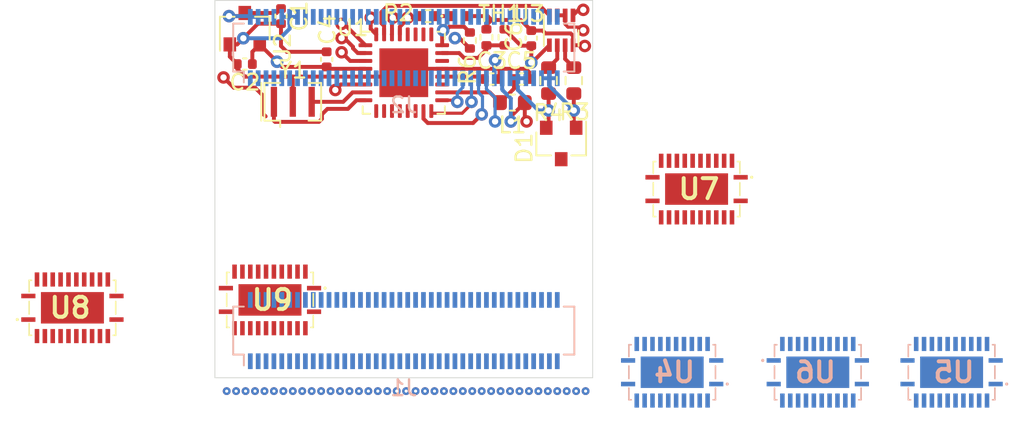
<source format=kicad_pcb>
(kicad_pcb (version 20171130) (host pcbnew "(5.1.9)-1")

  (general
    (thickness 1.6)
    (drawings 4)
    (tracks 297)
    (zones 0)
    (modules 27)
    (nets 173)
  )

  (page A4)
  (layers
    (0 F.Cu signal)
    (1 In1.Cu signal)
    (2 In2.Cu signal)
    (31 B.Cu signal)
    (32 B.Adhes user)
    (33 F.Adhes user)
    (34 B.Paste user)
    (35 F.Paste user)
    (36 B.SilkS user)
    (37 F.SilkS user)
    (38 B.Mask user)
    (39 F.Mask user)
    (40 Dwgs.User user hide)
    (41 Cmts.User user)
    (42 Eco1.User user)
    (43 Eco2.User user)
    (44 Edge.Cuts user)
    (45 Margin user)
    (46 B.CrtYd user)
    (47 F.CrtYd user)
    (48 B.Fab user)
    (49 F.Fab user)
  )

  (setup
    (last_trace_width 0.25)
    (trace_clearance 0.2)
    (zone_clearance 0.508)
    (zone_45_only no)
    (trace_min 0.2)
    (via_size 0.8)
    (via_drill 0.4)
    (via_min_size 0.4)
    (via_min_drill 0.3)
    (uvia_size 0.3)
    (uvia_drill 0.1)
    (uvias_allowed no)
    (uvia_min_size 0.2)
    (uvia_min_drill 0.1)
    (edge_width 0.05)
    (segment_width 0.2)
    (pcb_text_width 0.3)
    (pcb_text_size 1.5 1.5)
    (mod_edge_width 0.12)
    (mod_text_size 1 1)
    (mod_text_width 0.15)
    (pad_size 1.524 1.524)
    (pad_drill 0.762)
    (pad_to_mask_clearance 0)
    (aux_axis_origin 0 0)
    (visible_elements 7FFFF79F)
    (pcbplotparams
      (layerselection 0x010fc_ffffffff)
      (usegerberextensions false)
      (usegerberattributes true)
      (usegerberadvancedattributes true)
      (creategerberjobfile true)
      (excludeedgelayer true)
      (linewidth 0.100000)
      (plotframeref false)
      (viasonmask false)
      (mode 1)
      (useauxorigin false)
      (hpglpennumber 1)
      (hpglpenspeed 20)
      (hpglpendiameter 15.000000)
      (psnegative false)
      (psa4output false)
      (plotreference true)
      (plotvalue true)
      (plotinvisibletext false)
      (padsonsilk false)
      (subtractmaskfromsilk false)
      (outputformat 1)
      (mirror false)
      (drillshape 1)
      (scaleselection 1)
      (outputdirectory ""))
  )

  (net 0 "")
  (net 1 Vin)
  (net 2 GND)
  (net 3 +3V3)
  (net 4 "Net-(C3-Pad1)")
  (net 5 "Net-(C5-Pad1)")
  (net 6 RS485_A-)
  (net 7 RS485_B+)
  (net 8 "Net-(D2-Pad1)")
  (net 9 BS18)
  (net 10 BS16)
  (net 11 BS14)
  (net 12 BS13)
  (net 13 BS12)
  (net 14 BS11)
  (net 15 BS10)
  (net 16 BS9)
  (net 17 BS43)
  (net 18 BS7)
  (net 19 BS42)
  (net 20 BS5)
  (net 21 BS41)
  (net 22 BS2)
  (net 23 BS40)
  (net 24 BS39)
  (net 25 BS38)
  (net 26 BS37)
  (net 27 BS44)
  (net 28 BS45)
  (net 29 BS20)
  (net 30 BS46)
  (net 31 BS23)
  (net 32 BS47)
  (net 33 BS25)
  (net 34 BS48)
  (net 35 BS27)
  (net 36 BS28)
  (net 37 BS29)
  (net 38 BS30)
  (net 39 BS31)
  (net 40 BS32)
  (net 41 BS34)
  (net 42 BS36)
  (net 43 BS17)
  (net 44 BS15)
  (net 45 BS8)
  (net 46 MOSI)
  (net 47 MISO)
  (net 48 SCK)
  (net 49 RST)
  (net 50 BS6)
  (net 51 BS4)
  (net 52 BS3)
  (net 53 BS1)
  (net 54 BS0)
  (net 55 BS19)
  (net 56 BS21)
  (net 57 BS22)
  (net 58 BS24)
  (net 59 BS26)
  (net 60 BS33)
  (net 61 BS35)
  (net 62 "Net-(J2-Pad80)")
  (net 63 "Net-(J2-Pad78)")
  (net 64 "Net-(J2-Pad76)")
  (net 65 "Net-(J2-Pad74)")
  (net 66 "Net-(J2-Pad72)")
  (net 67 "Net-(J2-Pad70)")
  (net 68 "Net-(J2-Pad68)")
  (net 69 "Net-(J2-Pad66)")
  (net 70 "Net-(J2-Pad64)")
  (net 71 "Net-(J2-Pad62)")
  (net 72 "Net-(J2-Pad60)")
  (net 73 "Net-(J2-Pad58)")
  (net 74 "Net-(J2-Pad56)")
  (net 75 "Net-(J2-Pad54)")
  (net 76 "Net-(J2-Pad52)")
  (net 77 "Net-(J2-Pad50)")
  (net 78 "Net-(J2-Pad48)")
  (net 79 "Net-(J2-Pad46)")
  (net 80 "Net-(J2-Pad44)")
  (net 81 "Net-(J2-Pad42)")
  (net 82 "Net-(J2-Pad40)")
  (net 83 "Net-(J2-Pad38)")
  (net 84 "Net-(J2-Pad36)")
  (net 85 "Net-(J2-Pad34)")
  (net 86 "Net-(J2-Pad32)")
  (net 87 "Net-(J2-Pad30)")
  (net 88 "Net-(J2-Pad28)")
  (net 89 "Net-(J2-Pad26)")
  (net 90 "Net-(J2-Pad24)")
  (net 91 "Net-(J2-Pad22)")
  (net 92 "Net-(J2-Pad20)")
  (net 93 "Net-(J2-Pad18)")
  (net 94 "Net-(J2-Pad16)")
  (net 95 "Net-(J2-Pad8)")
  (net 96 "Net-(J2-Pad73)")
  (net 97 "Net-(J2-Pad53)")
  (net 98 "Net-(J2-Pad51)")
  (net 99 "Net-(J2-Pad49)")
  (net 100 "Net-(J2-Pad47)")
  (net 101 "Net-(J2-Pad45)")
  (net 102 "Net-(J2-Pad43)")
  (net 103 "Net-(J2-Pad41)")
  (net 104 "Net-(J2-Pad39)")
  (net 105 "Net-(J2-Pad37)")
  (net 106 "Net-(J2-Pad35)")
  (net 107 "Net-(J2-Pad33)")
  (net 108 "Net-(J2-Pad31)")
  (net 109 "Net-(J2-Pad29)")
  (net 110 "Net-(J2-Pad27)")
  (net 111 "Net-(J2-Pad25)")
  (net 112 "Net-(J2-Pad23)")
  (net 113 "Net-(J2-Pad21)")
  (net 114 "Net-(J2-Pad19)")
  (net 115 "Net-(J2-Pad17)")
  (net 116 "Net-(J2-Pad15)")
  (net 117 "Net-(J2-Pad7)")
  (net 118 ADC)
  (net 119 "Net-(R3-Pad2)")
  (net 120 "Net-(R4-Pad2)")
  (net 121 Z)
  (net 122 E1)
  (net 123 E2)
  (net 124 "Net-(U1-Pad7)")
  (net 125 "Net-(U1-Pad8)")
  (net 126 E5)
  (net 127 E6)
  (net 128 E3)
  (net 129 E4)
  (net 130 S0)
  (net 131 S1)
  (net 132 S2)
  (net 133 S3)
  (net 134 "Net-(U1-Pad28)")
  (net 135 UART_RX)
  (net 136 UART_TX)
  (net 137 RS485_EN)
  (net 138 "Net-(U4-Pad25)")
  (net 139 "Net-(U5-Pad25)")
  (net 140 "Net-(U6-Pad25)")
  (net 141 "Net-(U9-Pad25)")
  (net 142 "Net-(U1-Pad19)")
  (net 143 "Net-(U1-Pad22)")
  (net 144 "Net-(U1-Pad25)")
  (net 145 "Net-(U1-Pad26)")
  (net 146 "Net-(U1-Pad27)")
  (net 147 "Net-(J1-Pad11)")
  (net 148 "Net-(J1-Pad31)")
  (net 149 "Net-(J1-Pad49)")
  (net 150 "Net-(J1-Pad53)")
  (net 151 "Net-(J1-Pad55)")
  (net 152 "Net-(J1-Pad57)")
  (net 153 "Net-(J1-Pad59)")
  (net 154 "Net-(J1-Pad69)")
  (net 155 "Net-(J1-Pad30)")
  (net 156 "Net-(J1-Pad34)")
  (net 157 "Net-(J1-Pad38)")
  (net 158 "Net-(J1-Pad44)")
  (net 159 "Net-(J1-Pad48)")
  (net 160 "Net-(J1-Pad52)")
  (net 161 "Net-(J2-Pad13)")
  (net 162 "Net-(J2-Pad11)")
  (net 163 "Net-(J2-Pad9)")
  (net 164 "Net-(J2-Pad5)")
  (net 165 "Net-(J2-Pad3)")
  (net 166 "Net-(J2-Pad1)")
  (net 167 "Net-(U7-Pad25)")
  (net 168 "Net-(U8-Pad25)")
  (net 169 "Net-(J1-Pad21)")
  (net 170 "Net-(J1-Pad23)")
  (net 171 "Net-(J1-Pad25)")
  (net 172 "Net-(J1-Pad27)")

  (net_class Default "This is the default net class."
    (clearance 0.2)
    (trace_width 0.25)
    (via_dia 0.8)
    (via_drill 0.4)
    (uvia_dia 0.3)
    (uvia_drill 0.1)
    (add_net +3V3)
    (add_net ADC)
    (add_net BS0)
    (add_net BS1)
    (add_net BS10)
    (add_net BS11)
    (add_net BS12)
    (add_net BS13)
    (add_net BS14)
    (add_net BS15)
    (add_net BS16)
    (add_net BS17)
    (add_net BS18)
    (add_net BS19)
    (add_net BS2)
    (add_net BS20)
    (add_net BS21)
    (add_net BS22)
    (add_net BS23)
    (add_net BS24)
    (add_net BS25)
    (add_net BS26)
    (add_net BS27)
    (add_net BS28)
    (add_net BS29)
    (add_net BS3)
    (add_net BS30)
    (add_net BS31)
    (add_net BS32)
    (add_net BS33)
    (add_net BS34)
    (add_net BS35)
    (add_net BS36)
    (add_net BS37)
    (add_net BS38)
    (add_net BS39)
    (add_net BS4)
    (add_net BS40)
    (add_net BS41)
    (add_net BS42)
    (add_net BS43)
    (add_net BS44)
    (add_net BS45)
    (add_net BS46)
    (add_net BS47)
    (add_net BS48)
    (add_net BS5)
    (add_net BS6)
    (add_net BS7)
    (add_net BS8)
    (add_net BS9)
    (add_net E1)
    (add_net E2)
    (add_net E3)
    (add_net E4)
    (add_net E5)
    (add_net E6)
    (add_net GND)
    (add_net MISO)
    (add_net MOSI)
    (add_net "Net-(C3-Pad1)")
    (add_net "Net-(C5-Pad1)")
    (add_net "Net-(D2-Pad1)")
    (add_net "Net-(J1-Pad11)")
    (add_net "Net-(J1-Pad21)")
    (add_net "Net-(J1-Pad23)")
    (add_net "Net-(J1-Pad25)")
    (add_net "Net-(J1-Pad27)")
    (add_net "Net-(J1-Pad30)")
    (add_net "Net-(J1-Pad31)")
    (add_net "Net-(J1-Pad34)")
    (add_net "Net-(J1-Pad38)")
    (add_net "Net-(J1-Pad44)")
    (add_net "Net-(J1-Pad48)")
    (add_net "Net-(J1-Pad49)")
    (add_net "Net-(J1-Pad52)")
    (add_net "Net-(J1-Pad53)")
    (add_net "Net-(J1-Pad55)")
    (add_net "Net-(J1-Pad57)")
    (add_net "Net-(J1-Pad59)")
    (add_net "Net-(J1-Pad69)")
    (add_net "Net-(J2-Pad1)")
    (add_net "Net-(J2-Pad11)")
    (add_net "Net-(J2-Pad13)")
    (add_net "Net-(J2-Pad15)")
    (add_net "Net-(J2-Pad16)")
    (add_net "Net-(J2-Pad17)")
    (add_net "Net-(J2-Pad18)")
    (add_net "Net-(J2-Pad19)")
    (add_net "Net-(J2-Pad20)")
    (add_net "Net-(J2-Pad21)")
    (add_net "Net-(J2-Pad22)")
    (add_net "Net-(J2-Pad23)")
    (add_net "Net-(J2-Pad24)")
    (add_net "Net-(J2-Pad25)")
    (add_net "Net-(J2-Pad26)")
    (add_net "Net-(J2-Pad27)")
    (add_net "Net-(J2-Pad28)")
    (add_net "Net-(J2-Pad29)")
    (add_net "Net-(J2-Pad3)")
    (add_net "Net-(J2-Pad30)")
    (add_net "Net-(J2-Pad31)")
    (add_net "Net-(J2-Pad32)")
    (add_net "Net-(J2-Pad33)")
    (add_net "Net-(J2-Pad34)")
    (add_net "Net-(J2-Pad35)")
    (add_net "Net-(J2-Pad36)")
    (add_net "Net-(J2-Pad37)")
    (add_net "Net-(J2-Pad38)")
    (add_net "Net-(J2-Pad39)")
    (add_net "Net-(J2-Pad40)")
    (add_net "Net-(J2-Pad41)")
    (add_net "Net-(J2-Pad42)")
    (add_net "Net-(J2-Pad43)")
    (add_net "Net-(J2-Pad44)")
    (add_net "Net-(J2-Pad45)")
    (add_net "Net-(J2-Pad46)")
    (add_net "Net-(J2-Pad47)")
    (add_net "Net-(J2-Pad48)")
    (add_net "Net-(J2-Pad49)")
    (add_net "Net-(J2-Pad5)")
    (add_net "Net-(J2-Pad50)")
    (add_net "Net-(J2-Pad51)")
    (add_net "Net-(J2-Pad52)")
    (add_net "Net-(J2-Pad53)")
    (add_net "Net-(J2-Pad54)")
    (add_net "Net-(J2-Pad56)")
    (add_net "Net-(J2-Pad58)")
    (add_net "Net-(J2-Pad60)")
    (add_net "Net-(J2-Pad62)")
    (add_net "Net-(J2-Pad64)")
    (add_net "Net-(J2-Pad66)")
    (add_net "Net-(J2-Pad68)")
    (add_net "Net-(J2-Pad7)")
    (add_net "Net-(J2-Pad70)")
    (add_net "Net-(J2-Pad72)")
    (add_net "Net-(J2-Pad73)")
    (add_net "Net-(J2-Pad74)")
    (add_net "Net-(J2-Pad76)")
    (add_net "Net-(J2-Pad78)")
    (add_net "Net-(J2-Pad8)")
    (add_net "Net-(J2-Pad80)")
    (add_net "Net-(J2-Pad9)")
    (add_net "Net-(R3-Pad2)")
    (add_net "Net-(R4-Pad2)")
    (add_net "Net-(U1-Pad19)")
    (add_net "Net-(U1-Pad22)")
    (add_net "Net-(U1-Pad25)")
    (add_net "Net-(U1-Pad26)")
    (add_net "Net-(U1-Pad27)")
    (add_net "Net-(U1-Pad28)")
    (add_net "Net-(U1-Pad7)")
    (add_net "Net-(U1-Pad8)")
    (add_net "Net-(U4-Pad25)")
    (add_net "Net-(U5-Pad25)")
    (add_net "Net-(U6-Pad25)")
    (add_net "Net-(U7-Pad25)")
    (add_net "Net-(U8-Pad25)")
    (add_net "Net-(U9-Pad25)")
    (add_net RS485_A-)
    (add_net RS485_B+)
    (add_net RS485_EN)
    (add_net RST)
    (add_net S0)
    (add_net S1)
    (add_net S2)
    (add_net S3)
    (add_net SCK)
    (add_net UART_RX)
    (add_net UART_TX)
    (add_net Vin)
    (add_net Z)
  )

  (module 74LVCH8T245BQQ10J (layer B.Cu) (tedit 60CCE5FF) (tstamp 60CF50F6)
    (at 49.05 43.65 180)
    (descr "DHVQFN24 (SOT815-1)")
    (tags "Integrated Circuit")
    (path /60D9AD23)
    (attr smd)
    (fp_text reference U4 (at -0.15 0) (layer B.SilkS)
      (effects (font (size 1.27 1.27) (thickness 0.254)) (justify mirror))
    )
    (fp_text value 74HC4067BQ,118 (at -0.15 0) (layer B.SilkS) hide
      (effects (font (size 1.27 1.27) (thickness 0.254)) (justify mirror))
    )
    (fp_line (start -2.75 1.75) (end 2.75 1.75) (layer Dwgs.User) (width 0.2))
    (fp_line (start 2.75 1.75) (end 2.75 -1.75) (layer Dwgs.User) (width 0.2))
    (fp_line (start 2.75 -1.75) (end -2.75 -1.75) (layer Dwgs.User) (width 0.2))
    (fp_line (start -2.75 -1.75) (end -2.75 1.75) (layer Dwgs.User) (width 0.2))
    (fp_line (start -4.55 3.25) (end 4.25 3.25) (layer Dwgs.User) (width 0.1))
    (fp_line (start 4.25 3.25) (end 4.25 -3.25) (layer Dwgs.User) (width 0.1))
    (fp_line (start 4.25 -3.25) (end -4.55 -3.25) (layer Dwgs.User) (width 0.1))
    (fp_line (start -4.55 -3.25) (end -4.55 3.25) (layer Dwgs.User) (width 0.1))
    (fp_line (start -2.6 1.75) (end -2.75 1.75) (layer B.SilkS) (width 0.1))
    (fp_line (start -2.75 1.75) (end -2.75 1) (layer B.SilkS) (width 0.1))
    (fp_line (start -2.75 0.4) (end -2.75 -0.4) (layer B.SilkS) (width 0.1))
    (fp_line (start -2.75 -1) (end -2.75 -1.75) (layer B.SilkS) (width 0.1))
    (fp_line (start -2.75 -1.75) (end -2.6 -1.75) (layer B.SilkS) (width 0.1))
    (fp_line (start 2.6 1.75) (end 2.75 1.75) (layer B.SilkS) (width 0.1))
    (fp_line (start 2.75 1.75) (end 2.75 1) (layer B.SilkS) (width 0.1))
    (fp_line (start 2.75 0.4) (end 2.75 -0.4) (layer B.SilkS) (width 0.1))
    (fp_line (start 2.75 -1) (end 2.75 -1.75) (layer B.SilkS) (width 0.1))
    (fp_line (start 2.75 -1.75) (end 2.6 -1.75) (layer B.SilkS) (width 0.1))
    (fp_line (start -3.5 -0.7) (end -3.5 -0.7) (layer B.SilkS) (width 0.1))
    (fp_line (start -3.5 -0.8) (end -3.5 -0.8) (layer B.SilkS) (width 0.1))
    (fp_arc (start -3.5 -0.75) (end -3.5 -0.8) (angle 180) (layer B.SilkS) (width 0.1))
    (fp_arc (start -3.5 -0.75) (end -3.5 -0.7) (angle 180) (layer B.SilkS) (width 0.1))
    (pad 25 smd rect (at 0 0 90) (size 2 4) (layers B.Cu B.Paste B.Mask)
      (net 138 "Net-(U4-Pad25)"))
    (pad 24 smd rect (at -2.8 0.75 90) (size 0.29 0.9) (layers B.Cu B.Paste B.Mask)
      (net 3 +3V3))
    (pad 23 smd rect (at -2.25 1.8 180) (size 0.29 0.9) (layers B.Cu B.Paste B.Mask)
      (net 45 BS8))
    (pad 22 smd rect (at -1.75 1.8 180) (size 0.29 0.9) (layers B.Cu B.Paste B.Mask)
      (net 16 BS9))
    (pad 21 smd rect (at -1.25 1.8 180) (size 0.29 0.9) (layers B.Cu B.Paste B.Mask)
      (net 15 BS10))
    (pad 20 smd rect (at -0.75 1.8 180) (size 0.29 0.9) (layers B.Cu B.Paste B.Mask)
      (net 14 BS11))
    (pad 19 smd rect (at -0.25 1.8 180) (size 0.29 0.9) (layers B.Cu B.Paste B.Mask)
      (net 13 BS12))
    (pad 18 smd rect (at 0.25 1.8 180) (size 0.29 0.9) (layers B.Cu B.Paste B.Mask)
      (net 12 BS13))
    (pad 17 smd rect (at 0.75 1.8 180) (size 0.29 0.9) (layers B.Cu B.Paste B.Mask)
      (net 11 BS14))
    (pad 16 smd rect (at 1.25 1.8 180) (size 0.29 0.9) (layers B.Cu B.Paste B.Mask)
      (net 44 BS15))
    (pad 15 smd rect (at 1.75 1.8 180) (size 0.29 0.9) (layers B.Cu B.Paste B.Mask)
      (net 122 E1))
    (pad 14 smd rect (at 2.25 1.8 180) (size 0.29 0.9) (layers B.Cu B.Paste B.Mask)
      (net 132 S2))
    (pad 13 smd rect (at 2.8 0.75 90) (size 0.29 0.9) (layers B.Cu B.Paste B.Mask)
      (net 133 S3))
    (pad 12 smd rect (at 2.8 -0.75 90) (size 0.29 0.9) (layers B.Cu B.Paste B.Mask)
      (net 2 GND))
    (pad 11 smd rect (at 2.25 -1.8 180) (size 0.29 0.9) (layers B.Cu B.Paste B.Mask)
      (net 131 S1))
    (pad 10 smd rect (at 1.75 -1.8 180) (size 0.29 0.9) (layers B.Cu B.Paste B.Mask)
      (net 130 S0))
    (pad 9 smd rect (at 1.25 -1.8 180) (size 0.29 0.9) (layers B.Cu B.Paste B.Mask)
      (net 9 BS18))
    (pad 8 smd rect (at 0.75 -1.8 180) (size 0.29 0.9) (layers B.Cu B.Paste B.Mask)
      (net 10 BS16))
    (pad 7 smd rect (at 0.25 -1.8 180) (size 0.29 0.9) (layers B.Cu B.Paste B.Mask)
      (net 11 BS14))
    (pad 6 smd rect (at -0.25 -1.8 180) (size 0.29 0.9) (layers B.Cu B.Paste B.Mask)
      (net 12 BS13))
    (pad 5 smd rect (at -0.75 -1.8 180) (size 0.29 0.9) (layers B.Cu B.Paste B.Mask)
      (net 13 BS12))
    (pad 4 smd rect (at -1.25 -1.8 180) (size 0.29 0.9) (layers B.Cu B.Paste B.Mask)
      (net 14 BS11))
    (pad 3 smd rect (at -1.75 -1.8 180) (size 0.29 0.9) (layers B.Cu B.Paste B.Mask)
      (net 15 BS10))
    (pad 2 smd rect (at -2.25 -1.8 180) (size 0.29 0.9) (layers B.Cu B.Paste B.Mask)
      (net 16 BS9))
    (pad 1 smd rect (at -2.8 -0.75 90) (size 0.29 0.9) (layers B.Cu B.Paste B.Mask)
      (net 3 +3V3))
  )

  (module Capacitor_SMD:C_0402_1005Metric (layer F.Cu) (tedit 5F68FEEE) (tstamp 60CF4E89)
    (at 24.2 21 270)
    (descr "Capacitor SMD 0402 (1005 Metric), square (rectangular) end terminal, IPC_7351 nominal, (Body size source: IPC-SM-782 page 76, https://www.pcb-3d.com/wordpress/wp-content/uploads/ipc-sm-782a_amendment_1_and_2.pdf), generated with kicad-footprint-generator")
    (tags capacitor)
    (path /5F6300E5)
    (attr smd)
    (fp_text reference C1 (at 0 -1.16 90) (layer F.SilkS)
      (effects (font (size 1 1) (thickness 0.15)))
    )
    (fp_text value 1uF/16V (at 0 1.16 90) (layer F.Fab) hide
      (effects (font (size 1 1) (thickness 0.15)))
    )
    (fp_line (start -0.5 0.25) (end -0.5 -0.25) (layer F.Fab) (width 0.1))
    (fp_line (start -0.5 -0.25) (end 0.5 -0.25) (layer F.Fab) (width 0.1))
    (fp_line (start 0.5 -0.25) (end 0.5 0.25) (layer F.Fab) (width 0.1))
    (fp_line (start 0.5 0.25) (end -0.5 0.25) (layer F.Fab) (width 0.1))
    (fp_line (start -0.107836 -0.36) (end 0.107836 -0.36) (layer F.SilkS) (width 0.12))
    (fp_line (start -0.107836 0.36) (end 0.107836 0.36) (layer F.SilkS) (width 0.12))
    (fp_line (start -0.91 0.46) (end -0.91 -0.46) (layer F.CrtYd) (width 0.05))
    (fp_line (start -0.91 -0.46) (end 0.91 -0.46) (layer F.CrtYd) (width 0.05))
    (fp_line (start 0.91 -0.46) (end 0.91 0.46) (layer F.CrtYd) (width 0.05))
    (fp_line (start 0.91 0.46) (end -0.91 0.46) (layer F.CrtYd) (width 0.05))
    (fp_text user %R (at 0 0 90) (layer F.Fab) hide
      (effects (font (size 0.25 0.25) (thickness 0.04)))
    )
    (pad 1 smd roundrect (at -0.48 0 270) (size 0.56 0.62) (layers F.Cu F.Paste F.Mask) (roundrect_rratio 0.25)
      (net 1 Vin))
    (pad 2 smd roundrect (at 0.48 0 270) (size 0.56 0.62) (layers F.Cu F.Paste F.Mask) (roundrect_rratio 0.25)
      (net 2 GND))
    (model ${KISYS3DMOD}/Capacitor_SMD.3dshapes/C_0402_1005Metric.wrl
      (at (xyz 0 0 0))
      (scale (xyz 1 1 1))
      (rotate (xyz 0 0 0))
    )
  )

  (module Capacitor_SMD:C_0402_1005Metric (layer F.Cu) (tedit 5F68FEEE) (tstamp 60CF4E9A)
    (at 21.9 24.05 180)
    (descr "Capacitor SMD 0402 (1005 Metric), square (rectangular) end terminal, IPC_7351 nominal, (Body size source: IPC-SM-782 page 76, https://www.pcb-3d.com/wordpress/wp-content/uploads/ipc-sm-782a_amendment_1_and_2.pdf), generated with kicad-footprint-generator")
    (tags capacitor)
    (path /5F62E8E1)
    (attr smd)
    (fp_text reference C2 (at 0 -1.16) (layer F.SilkS)
      (effects (font (size 1 1) (thickness 0.15)))
    )
    (fp_text value 1uF/6.3V (at 0 1.16) (layer F.Fab) hide
      (effects (font (size 1 1) (thickness 0.15)))
    )
    (fp_line (start -0.5 0.25) (end -0.5 -0.25) (layer F.Fab) (width 0.1))
    (fp_line (start -0.5 -0.25) (end 0.5 -0.25) (layer F.Fab) (width 0.1))
    (fp_line (start 0.5 -0.25) (end 0.5 0.25) (layer F.Fab) (width 0.1))
    (fp_line (start 0.5 0.25) (end -0.5 0.25) (layer F.Fab) (width 0.1))
    (fp_line (start -0.107836 -0.36) (end 0.107836 -0.36) (layer F.SilkS) (width 0.12))
    (fp_line (start -0.107836 0.36) (end 0.107836 0.36) (layer F.SilkS) (width 0.12))
    (fp_line (start -0.91 0.46) (end -0.91 -0.46) (layer F.CrtYd) (width 0.05))
    (fp_line (start -0.91 -0.46) (end 0.91 -0.46) (layer F.CrtYd) (width 0.05))
    (fp_line (start 0.91 -0.46) (end 0.91 0.46) (layer F.CrtYd) (width 0.05))
    (fp_line (start 0.91 0.46) (end -0.91 0.46) (layer F.CrtYd) (width 0.05))
    (fp_text user %R (at 0 0) (layer F.Fab) hide
      (effects (font (size 0.25 0.25) (thickness 0.04)))
    )
    (pad 1 smd roundrect (at -0.48 0 180) (size 0.56 0.62) (layers F.Cu F.Paste F.Mask) (roundrect_rratio 0.25)
      (net 3 +3V3))
    (pad 2 smd roundrect (at 0.48 0 180) (size 0.56 0.62) (layers F.Cu F.Paste F.Mask) (roundrect_rratio 0.25)
      (net 2 GND))
    (model ${KISYS3DMOD}/Capacitor_SMD.3dshapes/C_0402_1005Metric.wrl
      (at (xyz 0 0 0))
      (scale (xyz 1 1 1))
      (rotate (xyz 0 0 0))
    )
  )

  (module Capacitor_SMD:C_0402_1005Metric (layer F.Cu) (tedit 5F68FEEE) (tstamp 60CF4EAB)
    (at 37.6 25)
    (descr "Capacitor SMD 0402 (1005 Metric), square (rectangular) end terminal, IPC_7351 nominal, (Body size source: IPC-SM-782 page 76, https://www.pcb-3d.com/wordpress/wp-content/uploads/ipc-sm-782a_amendment_1_and_2.pdf), generated with kicad-footprint-generator")
    (tags capacitor)
    (path /5F7366A8)
    (attr smd)
    (fp_text reference C3 (at 0 -1.16) (layer F.SilkS)
      (effects (font (size 1 1) (thickness 0.15)))
    )
    (fp_text value 100nF (at 0 1.16) (layer F.Fab) hide
      (effects (font (size 1 1) (thickness 0.15)))
    )
    (fp_line (start 0.91 0.46) (end -0.91 0.46) (layer F.CrtYd) (width 0.05))
    (fp_line (start 0.91 -0.46) (end 0.91 0.46) (layer F.CrtYd) (width 0.05))
    (fp_line (start -0.91 -0.46) (end 0.91 -0.46) (layer F.CrtYd) (width 0.05))
    (fp_line (start -0.91 0.46) (end -0.91 -0.46) (layer F.CrtYd) (width 0.05))
    (fp_line (start -0.107836 0.36) (end 0.107836 0.36) (layer F.SilkS) (width 0.12))
    (fp_line (start -0.107836 -0.36) (end 0.107836 -0.36) (layer F.SilkS) (width 0.12))
    (fp_line (start 0.5 0.25) (end -0.5 0.25) (layer F.Fab) (width 0.1))
    (fp_line (start 0.5 -0.25) (end 0.5 0.25) (layer F.Fab) (width 0.1))
    (fp_line (start -0.5 -0.25) (end 0.5 -0.25) (layer F.Fab) (width 0.1))
    (fp_line (start -0.5 0.25) (end -0.5 -0.25) (layer F.Fab) (width 0.1))
    (fp_text user %R (at 0 0) (layer F.Fab) hide
      (effects (font (size 0.25 0.25) (thickness 0.04)))
    )
    (pad 2 smd roundrect (at 0.48 0) (size 0.56 0.62) (layers F.Cu F.Paste F.Mask) (roundrect_rratio 0.25)
      (net 2 GND))
    (pad 1 smd roundrect (at -0.48 0) (size 0.56 0.62) (layers F.Cu F.Paste F.Mask) (roundrect_rratio 0.25)
      (net 4 "Net-(C3-Pad1)"))
    (model ${KISYS3DMOD}/Capacitor_SMD.3dshapes/C_0402_1005Metric.wrl
      (at (xyz 0 0 0))
      (scale (xyz 1 1 1))
      (rotate (xyz 0 0 0))
    )
  )

  (module Capacitor_SMD:C_0402_1005Metric (layer F.Cu) (tedit 5F68FEEE) (tstamp 60CF4EBC)
    (at 27.1 23.75 90)
    (descr "Capacitor SMD 0402 (1005 Metric), square (rectangular) end terminal, IPC_7351 nominal, (Body size source: IPC-SM-782 page 76, https://www.pcb-3d.com/wordpress/wp-content/uploads/ipc-sm-782a_amendment_1_and_2.pdf), generated with kicad-footprint-generator")
    (tags capacitor)
    (path /5F710069)
    (attr smd)
    (fp_text reference C4 (at 1.9 0.05 90) (layer F.SilkS)
      (effects (font (size 1 1) (thickness 0.15)))
    )
    (fp_text value 100nF (at 0 1.16 90) (layer F.Fab) hide
      (effects (font (size 1 1) (thickness 0.15)))
    )
    (fp_line (start 0.91 0.46) (end -0.91 0.46) (layer F.CrtYd) (width 0.05))
    (fp_line (start 0.91 -0.46) (end 0.91 0.46) (layer F.CrtYd) (width 0.05))
    (fp_line (start -0.91 -0.46) (end 0.91 -0.46) (layer F.CrtYd) (width 0.05))
    (fp_line (start -0.91 0.46) (end -0.91 -0.46) (layer F.CrtYd) (width 0.05))
    (fp_line (start -0.107836 0.36) (end 0.107836 0.36) (layer F.SilkS) (width 0.12))
    (fp_line (start -0.107836 -0.36) (end 0.107836 -0.36) (layer F.SilkS) (width 0.12))
    (fp_line (start 0.5 0.25) (end -0.5 0.25) (layer F.Fab) (width 0.1))
    (fp_line (start 0.5 -0.25) (end 0.5 0.25) (layer F.Fab) (width 0.1))
    (fp_line (start -0.5 -0.25) (end 0.5 -0.25) (layer F.Fab) (width 0.1))
    (fp_line (start -0.5 0.25) (end -0.5 -0.25) (layer F.Fab) (width 0.1))
    (fp_text user %R (at 0 0 90) (layer F.Fab) hide
      (effects (font (size 0.25 0.25) (thickness 0.04)))
    )
    (pad 2 smd roundrect (at 0.48 0 90) (size 0.56 0.62) (layers F.Cu F.Paste F.Mask) (roundrect_rratio 0.25)
      (net 2 GND))
    (pad 1 smd roundrect (at -0.48 0 90) (size 0.56 0.62) (layers F.Cu F.Paste F.Mask) (roundrect_rratio 0.25)
      (net 3 +3V3))
    (model ${KISYS3DMOD}/Capacitor_SMD.3dshapes/C_0402_1005Metric.wrl
      (at (xyz 0 0 0))
      (scale (xyz 1 1 1))
      (rotate (xyz 0 0 0))
    )
  )

  (module Capacitor_SMD:C_0402_1005Metric (layer F.Cu) (tedit 5F68FEEE) (tstamp 60CF4ECD)
    (at 39.48 25)
    (descr "Capacitor SMD 0402 (1005 Metric), square (rectangular) end terminal, IPC_7351 nominal, (Body size source: IPC-SM-782 page 76, https://www.pcb-3d.com/wordpress/wp-content/uploads/ipc-sm-782a_amendment_1_and_2.pdf), generated with kicad-footprint-generator")
    (tags capacitor)
    (path /5F6FCCF6)
    (attr smd)
    (fp_text reference C5 (at 0 -1.16) (layer F.SilkS)
      (effects (font (size 1 1) (thickness 0.15)))
    )
    (fp_text value 100nF (at 0 1.16) (layer F.Fab) hide
      (effects (font (size 1 1) (thickness 0.15)))
    )
    (fp_line (start 0.91 0.46) (end -0.91 0.46) (layer F.CrtYd) (width 0.05))
    (fp_line (start 0.91 -0.46) (end 0.91 0.46) (layer F.CrtYd) (width 0.05))
    (fp_line (start -0.91 -0.46) (end 0.91 -0.46) (layer F.CrtYd) (width 0.05))
    (fp_line (start -0.91 0.46) (end -0.91 -0.46) (layer F.CrtYd) (width 0.05))
    (fp_line (start -0.107836 0.36) (end 0.107836 0.36) (layer F.SilkS) (width 0.12))
    (fp_line (start -0.107836 -0.36) (end 0.107836 -0.36) (layer F.SilkS) (width 0.12))
    (fp_line (start 0.5 0.25) (end -0.5 0.25) (layer F.Fab) (width 0.1))
    (fp_line (start 0.5 -0.25) (end 0.5 0.25) (layer F.Fab) (width 0.1))
    (fp_line (start -0.5 -0.25) (end 0.5 -0.25) (layer F.Fab) (width 0.1))
    (fp_line (start -0.5 0.25) (end -0.5 -0.25) (layer F.Fab) (width 0.1))
    (fp_text user %R (at 0 0) (layer F.Fab) hide
      (effects (font (size 0.25 0.25) (thickness 0.04)))
    )
    (pad 2 smd roundrect (at 0.48 0) (size 0.56 0.62) (layers F.Cu F.Paste F.Mask) (roundrect_rratio 0.25)
      (net 2 GND))
    (pad 1 smd roundrect (at -0.48 0) (size 0.56 0.62) (layers F.Cu F.Paste F.Mask) (roundrect_rratio 0.25)
      (net 5 "Net-(C5-Pad1)"))
    (model ${KISYS3DMOD}/Capacitor_SMD.3dshapes/C_0402_1005Metric.wrl
      (at (xyz 0 0 0))
      (scale (xyz 1 1 1))
      (rotate (xyz 0 0 0))
    )
  )

  (module Capacitor_SMD:C_0402_1005Metric (layer F.Cu) (tedit 5F68FEEE) (tstamp 60CF4EDE)
    (at 40.1 22.4 90)
    (descr "Capacitor SMD 0402 (1005 Metric), square (rectangular) end terminal, IPC_7351 nominal, (Body size source: IPC-SM-782 page 76, https://www.pcb-3d.com/wordpress/wp-content/uploads/ipc-sm-782a_amendment_1_and_2.pdf), generated with kicad-footprint-generator")
    (tags capacitor)
    (path /5F729604)
    (attr smd)
    (fp_text reference C6 (at 0.1 -1.1 90) (layer F.SilkS)
      (effects (font (size 1 1) (thickness 0.15)))
    )
    (fp_text value 100nF (at 0 1.16 90) (layer F.Fab) hide
      (effects (font (size 1 1) (thickness 0.15)))
    )
    (fp_line (start -0.5 0.25) (end -0.5 -0.25) (layer F.Fab) (width 0.1))
    (fp_line (start -0.5 -0.25) (end 0.5 -0.25) (layer F.Fab) (width 0.1))
    (fp_line (start 0.5 -0.25) (end 0.5 0.25) (layer F.Fab) (width 0.1))
    (fp_line (start 0.5 0.25) (end -0.5 0.25) (layer F.Fab) (width 0.1))
    (fp_line (start -0.107836 -0.36) (end 0.107836 -0.36) (layer F.SilkS) (width 0.12))
    (fp_line (start -0.107836 0.36) (end 0.107836 0.36) (layer F.SilkS) (width 0.12))
    (fp_line (start -0.91 0.46) (end -0.91 -0.46) (layer F.CrtYd) (width 0.05))
    (fp_line (start -0.91 -0.46) (end 0.91 -0.46) (layer F.CrtYd) (width 0.05))
    (fp_line (start 0.91 -0.46) (end 0.91 0.46) (layer F.CrtYd) (width 0.05))
    (fp_line (start 0.91 0.46) (end -0.91 0.46) (layer F.CrtYd) (width 0.05))
    (fp_text user %R (at 0 0 90) (layer F.Fab) hide
      (effects (font (size 0.25 0.25) (thickness 0.04)))
    )
    (pad 1 smd roundrect (at -0.48 0 90) (size 0.56 0.62) (layers F.Cu F.Paste F.Mask) (roundrect_rratio 0.25)
      (net 2 GND))
    (pad 2 smd roundrect (at 0.48 0 90) (size 0.56 0.62) (layers F.Cu F.Paste F.Mask) (roundrect_rratio 0.25)
      (net 3 +3V3))
    (model ${KISYS3DMOD}/Capacitor_SMD.3dshapes/C_0402_1005Metric.wrl
      (at (xyz 0 0 0))
      (scale (xyz 1 1 1))
      (rotate (xyz 0 0 0))
    )
  )

  (module Package_TO_SOT_SMD:SOT-23 (layer F.Cu) (tedit 5A02FF57) (tstamp 60CF4EF3)
    (at 42 29.1 270)
    (descr "SOT-23, Standard")
    (tags SOT-23)
    (path /5F691F5E)
    (attr smd)
    (fp_text reference D1 (at 0.3 2.35 90) (layer F.SilkS)
      (effects (font (size 1 1) (thickness 0.15)))
    )
    (fp_text value CDSOT23-SM712 (at 0 2.5 90) (layer F.Fab) hide
      (effects (font (size 1 1) (thickness 0.15)))
    )
    (fp_line (start 0.76 1.58) (end -0.7 1.58) (layer F.SilkS) (width 0.12))
    (fp_line (start 0.76 -1.58) (end -1.4 -1.58) (layer F.SilkS) (width 0.12))
    (fp_line (start -1.7 1.75) (end -1.7 -1.75) (layer F.CrtYd) (width 0.05))
    (fp_line (start 1.7 1.75) (end -1.7 1.75) (layer F.CrtYd) (width 0.05))
    (fp_line (start 1.7 -1.75) (end 1.7 1.75) (layer F.CrtYd) (width 0.05))
    (fp_line (start -1.7 -1.75) (end 1.7 -1.75) (layer F.CrtYd) (width 0.05))
    (fp_line (start 0.76 -1.58) (end 0.76 -0.65) (layer F.SilkS) (width 0.12))
    (fp_line (start 0.76 1.58) (end 0.76 0.65) (layer F.SilkS) (width 0.12))
    (fp_line (start -0.7 1.52) (end 0.7 1.52) (layer F.Fab) (width 0.1))
    (fp_line (start 0.7 -1.52) (end 0.7 1.52) (layer F.Fab) (width 0.1))
    (fp_line (start -0.7 -0.95) (end -0.15 -1.52) (layer F.Fab) (width 0.1))
    (fp_line (start -0.15 -1.52) (end 0.7 -1.52) (layer F.Fab) (width 0.1))
    (fp_line (start -0.7 -0.95) (end -0.7 1.5) (layer F.Fab) (width 0.1))
    (fp_text user %R (at 0 0) (layer F.Fab) hide
      (effects (font (size 0.5 0.5) (thickness 0.075)))
    )
    (pad 3 smd rect (at 1 0 270) (size 0.9 0.8) (layers F.Cu F.Paste F.Mask)
      (net 2 GND))
    (pad 2 smd rect (at -1 0.95 270) (size 0.9 0.8) (layers F.Cu F.Paste F.Mask)
      (net 6 RS485_A-))
    (pad 1 smd rect (at -1 -0.95 270) (size 0.9 0.8) (layers F.Cu F.Paste F.Mask)
      (net 7 RS485_B+))
    (model ${KISYS3DMOD}/Package_TO_SOT_SMD.3dshapes/SOT-23.wrl
      (at (xyz 0 0 0))
      (scale (xyz 1 1 1))
      (rotate (xyz 0 0 0))
    )
  )

  (module Diode_SMD:D_0402_1005Metric (layer F.Cu) (tedit 5F68FEF0) (tstamp 60CF4F05)
    (at 35.515 21)
    (descr "Diode SMD 0402 (1005 Metric), square (rectangular) end terminal, IPC_7351 nominal, (Body size source: http://www.tortai-tech.com/upload/download/2011102023233369053.pdf), generated with kicad-footprint-generator")
    (tags diode)
    (path /5F6CE043)
    (attr smd)
    (fp_text reference D2 (at -0.715 1.15) (layer F.SilkS) hide
      (effects (font (size 1 1) (thickness 0.15)))
    )
    (fp_text value 1N4148 (at 0 1.17) (layer F.Fab) hide
      (effects (font (size 1 1) (thickness 0.15)))
    )
    (fp_circle (center -1.09 0) (end -1.04 0) (layer F.SilkS) (width 0.1))
    (fp_line (start -0.5 0.25) (end -0.5 -0.25) (layer F.Fab) (width 0.1))
    (fp_line (start -0.5 -0.25) (end 0.5 -0.25) (layer F.Fab) (width 0.1))
    (fp_line (start 0.5 -0.25) (end 0.5 0.25) (layer F.Fab) (width 0.1))
    (fp_line (start 0.5 0.25) (end -0.5 0.25) (layer F.Fab) (width 0.1))
    (fp_line (start -0.4 0.25) (end -0.4 -0.25) (layer F.Fab) (width 0.1))
    (fp_line (start -0.3 0.25) (end -0.3 -0.25) (layer F.Fab) (width 0.1))
    (fp_line (start -0.93 0.47) (end -0.93 -0.47) (layer F.CrtYd) (width 0.05))
    (fp_line (start -0.93 -0.47) (end 0.93 -0.47) (layer F.CrtYd) (width 0.05))
    (fp_line (start 0.93 -0.47) (end 0.93 0.47) (layer F.CrtYd) (width 0.05))
    (fp_line (start 0.93 0.47) (end -0.93 0.47) (layer F.CrtYd) (width 0.05))
    (fp_text user %R (at 0 0) (layer F.Fab) hide
      (effects (font (size 0.25 0.25) (thickness 0.04)))
    )
    (pad 1 smd roundrect (at -0.485 0) (size 0.59 0.64) (layers F.Cu F.Paste F.Mask) (roundrect_rratio 0.25)
      (net 8 "Net-(D2-Pad1)"))
    (pad 2 smd roundrect (at 0.485 0) (size 0.59 0.64) (layers F.Cu F.Paste F.Mask) (roundrect_rratio 0.25)
      (net 3 +3V3))
    (model ${KISYS3DMOD}/Diode_SMD.3dshapes/D_0402_1005Metric.wrl
      (at (xyz 0 0 0))
      (scale (xyz 1 1 1))
      (rotate (xyz 0 0 0))
    )
  )

  (module Connector_Molex:Molex_SlimStack_55560-0801_2x40_P0.50mm_Vertical (layer B.Cu) (tedit 5A184FE1) (tstamp 60CF4F6A)
    (at 32 41)
    (descr "Molex SlimStack Fine-Pitch SMT Board-to-Board Connectors, 55560-0801, 80 Pins (http://www.molex.com/pdm_docs/sd/555600207_sd.pdf), generated with kicad-footprint-generator")
    (tags "connector Molex SlimStack side entry")
    (path /60D9148B)
    (attr smd)
    (fp_text reference J1 (at 0 3.65) (layer B.SilkS)
      (effects (font (size 1 1) (thickness 0.15)) (justify mirror))
    )
    (fp_text value "Molex 555600807" (at 0 -3.65) (layer B.Fab)
      (effects (font (size 1 1) (thickness 0.15)) (justify mirror))
    )
    (fp_line (start -10.725 1.415) (end -10.725 -1.415) (layer B.Fab) (width 0.1))
    (fp_line (start -10.725 -1.415) (end 10.725 -1.415) (layer B.Fab) (width 0.1))
    (fp_line (start 10.725 -1.415) (end 10.725 1.415) (layer B.Fab) (width 0.1))
    (fp_line (start 10.725 1.415) (end -10.725 1.415) (layer B.Fab) (width 0.1))
    (fp_line (start -10.16 1.525) (end -10.16 2.215) (layer B.Fab) (width 0.1))
    (fp_line (start -10.16 -1.525) (end -10.835 -1.525) (layer B.SilkS) (width 0.12))
    (fp_line (start -10.835 -1.525) (end -10.835 1.525) (layer B.SilkS) (width 0.12))
    (fp_line (start -10.835 1.525) (end -10.16 1.525) (layer B.SilkS) (width 0.12))
    (fp_line (start -10.16 1.525) (end -10.16 2.215) (layer B.SilkS) (width 0.12))
    (fp_line (start 10.16 -1.525) (end 10.835 -1.525) (layer B.SilkS) (width 0.12))
    (fp_line (start 10.835 -1.525) (end 10.835 1.525) (layer B.SilkS) (width 0.12))
    (fp_line (start 10.835 1.525) (end 10.16 1.525) (layer B.SilkS) (width 0.12))
    (fp_line (start -11.22 2.95) (end -11.22 -2.95) (layer B.CrtYd) (width 0.05))
    (fp_line (start -11.22 -2.95) (end 11.22 -2.95) (layer B.CrtYd) (width 0.05))
    (fp_line (start 11.22 -2.95) (end 11.22 2.95) (layer B.CrtYd) (width 0.05))
    (fp_line (start 11.22 2.95) (end -11.22 2.95) (layer B.CrtYd) (width 0.05))
    (fp_text user %R (at 0 0) (layer B.Fab)
      (effects (font (size 1 1) (thickness 0.15)) (justify mirror))
    )
    (pad 1 smd rect (at -9.75 1.95) (size 0.3 1) (layers B.Cu B.Paste B.Mask)
      (net 43 BS17))
    (pad 3 smd rect (at -9.25 1.95) (size 0.3 1) (layers B.Cu B.Paste B.Mask)
      (net 44 BS15))
    (pad 5 smd rect (at -8.75 1.95) (size 0.3 1) (layers B.Cu B.Paste B.Mask)
      (net 1 Vin))
    (pad 7 smd rect (at -8.25 1.95) (size 0.3 1) (layers B.Cu B.Paste B.Mask)
      (net 1 Vin))
    (pad 9 smd rect (at -7.75 1.95) (size 0.3 1) (layers B.Cu B.Paste B.Mask)
      (net 1 Vin))
    (pad 11 smd rect (at -7.25 1.95) (size 0.3 1) (layers B.Cu B.Paste B.Mask)
      (net 147 "Net-(J1-Pad11)"))
    (pad 13 smd rect (at -6.75 1.95) (size 0.3 1) (layers B.Cu B.Paste B.Mask)
      (net 2 GND))
    (pad 15 smd rect (at -6.25 1.95) (size 0.3 1) (layers B.Cu B.Paste B.Mask)
      (net 2 GND))
    (pad 17 smd rect (at -5.75 1.95) (size 0.3 1) (layers B.Cu B.Paste B.Mask)
      (net 2 GND))
    (pad 19 smd rect (at -5.25 1.95) (size 0.3 1) (layers B.Cu B.Paste B.Mask)
      (net 45 BS8))
    (pad 21 smd rect (at -4.75 1.95) (size 0.3 1) (layers B.Cu B.Paste B.Mask)
      (net 169 "Net-(J1-Pad21)"))
    (pad 23 smd rect (at -4.25 1.95) (size 0.3 1) (layers B.Cu B.Paste B.Mask)
      (net 170 "Net-(J1-Pad23)"))
    (pad 25 smd rect (at -3.75 1.95) (size 0.3 1) (layers B.Cu B.Paste B.Mask)
      (net 171 "Net-(J1-Pad25)"))
    (pad 27 smd rect (at -3.25 1.95) (size 0.3 1) (layers B.Cu B.Paste B.Mask)
      (net 172 "Net-(J1-Pad27)"))
    (pad 29 smd rect (at -2.75 1.95) (size 0.3 1) (layers B.Cu B.Paste B.Mask)
      (net 50 BS6))
    (pad 31 smd rect (at -2.25 1.95) (size 0.3 1) (layers B.Cu B.Paste B.Mask)
      (net 148 "Net-(J1-Pad31)"))
    (pad 33 smd rect (at -1.75 1.95) (size 0.3 1) (layers B.Cu B.Paste B.Mask)
      (net 51 BS4))
    (pad 35 smd rect (at -1.25 1.95) (size 0.3 1) (layers B.Cu B.Paste B.Mask)
      (net 52 BS3))
    (pad 37 smd rect (at -0.75 1.95) (size 0.3 1) (layers B.Cu B.Paste B.Mask)
      (net 53 BS1))
    (pad 39 smd rect (at -0.25 1.95) (size 0.3 1) (layers B.Cu B.Paste B.Mask)
      (net 54 BS0))
    (pad 41 smd rect (at 0.25 1.95) (size 0.3 1) (layers B.Cu B.Paste B.Mask)
      (net 54 BS0))
    (pad 43 smd rect (at 0.75 1.95) (size 0.3 1) (layers B.Cu B.Paste B.Mask)
      (net 55 BS19))
    (pad 45 smd rect (at 1.25 1.95) (size 0.3 1) (layers B.Cu B.Paste B.Mask)
      (net 56 BS21))
    (pad 47 smd rect (at 1.75 1.95) (size 0.3 1) (layers B.Cu B.Paste B.Mask)
      (net 57 BS22))
    (pad 49 smd rect (at 2.25 1.95) (size 0.3 1) (layers B.Cu B.Paste B.Mask)
      (net 149 "Net-(J1-Pad49)"))
    (pad 51 smd rect (at 2.75 1.95) (size 0.3 1) (layers B.Cu B.Paste B.Mask)
      (net 58 BS24))
    (pad 53 smd rect (at 3.25 1.95) (size 0.3 1) (layers B.Cu B.Paste B.Mask)
      (net 150 "Net-(J1-Pad53)"))
    (pad 55 smd rect (at 3.75 1.95) (size 0.3 1) (layers B.Cu B.Paste B.Mask)
      (net 151 "Net-(J1-Pad55)"))
    (pad 57 smd rect (at 4.25 1.95) (size 0.3 1) (layers B.Cu B.Paste B.Mask)
      (net 152 "Net-(J1-Pad57)"))
    (pad 59 smd rect (at 4.75 1.95) (size 0.3 1) (layers B.Cu B.Paste B.Mask)
      (net 153 "Net-(J1-Pad59)"))
    (pad 61 smd rect (at 5.25 1.95) (size 0.3 1) (layers B.Cu B.Paste B.Mask)
      (net 59 BS26))
    (pad 63 smd rect (at 5.75 1.95) (size 0.3 1) (layers B.Cu B.Paste B.Mask)
      (net 7 RS485_B+))
    (pad 65 smd rect (at 6.25 1.95) (size 0.3 1) (layers B.Cu B.Paste B.Mask)
      (net 7 RS485_B+))
    (pad 67 smd rect (at 6.75 1.95) (size 0.3 1) (layers B.Cu B.Paste B.Mask)
      (net 7 RS485_B+))
    (pad 69 smd rect (at 7.25 1.95) (size 0.3 1) (layers B.Cu B.Paste B.Mask)
      (net 154 "Net-(J1-Pad69)"))
    (pad 71 smd rect (at 7.75 1.95) (size 0.3 1) (layers B.Cu B.Paste B.Mask)
      (net 6 RS485_A-))
    (pad 73 smd rect (at 8.25 1.95) (size 0.3 1) (layers B.Cu B.Paste B.Mask)
      (net 6 RS485_A-))
    (pad 75 smd rect (at 8.75 1.95) (size 0.3 1) (layers B.Cu B.Paste B.Mask)
      (net 6 RS485_A-))
    (pad 77 smd rect (at 9.25 1.95) (size 0.3 1) (layers B.Cu B.Paste B.Mask)
      (net 60 BS33))
    (pad 79 smd rect (at 9.75 1.95) (size 0.3 1) (layers B.Cu B.Paste B.Mask)
      (net 61 BS35))
    (pad 2 smd rect (at -9.75 -1.95) (size 0.3 1) (layers B.Cu B.Paste B.Mask)
      (net 9 BS18))
    (pad 4 smd rect (at -9.25 -1.95) (size 0.3 1) (layers B.Cu B.Paste B.Mask)
      (net 10 BS16))
    (pad 6 smd rect (at -8.75 -1.95) (size 0.3 1) (layers B.Cu B.Paste B.Mask)
      (net 11 BS14))
    (pad 8 smd rect (at -8.25 -1.95) (size 0.3 1) (layers B.Cu B.Paste B.Mask)
      (net 12 BS13))
    (pad 10 smd rect (at -7.75 -1.95) (size 0.3 1) (layers B.Cu B.Paste B.Mask)
      (net 13 BS12))
    (pad 12 smd rect (at -7.25 -1.95) (size 0.3 1) (layers B.Cu B.Paste B.Mask)
      (net 14 BS11))
    (pad 14 smd rect (at -6.75 -1.95) (size 0.3 1) (layers B.Cu B.Paste B.Mask)
      (net 15 BS10))
    (pad 16 smd rect (at -6.25 -1.95) (size 0.3 1) (layers B.Cu B.Paste B.Mask)
      (net 16 BS9))
    (pad 18 smd rect (at -5.75 -1.95) (size 0.3 1) (layers B.Cu B.Paste B.Mask)
      (net 17 BS43))
    (pad 20 smd rect (at -5.25 -1.95) (size 0.3 1) (layers B.Cu B.Paste B.Mask)
      (net 18 BS7))
    (pad 22 smd rect (at -4.75 -1.95) (size 0.3 1) (layers B.Cu B.Paste B.Mask)
      (net 19 BS42))
    (pad 24 smd rect (at -4.25 -1.95) (size 0.3 1) (layers B.Cu B.Paste B.Mask)
      (net 20 BS5))
    (pad 26 smd rect (at -3.75 -1.95) (size 0.3 1) (layers B.Cu B.Paste B.Mask)
      (net 21 BS41))
    (pad 28 smd rect (at -3.25 -1.95) (size 0.3 1) (layers B.Cu B.Paste B.Mask)
      (net 22 BS2))
    (pad 30 smd rect (at -2.75 -1.95) (size 0.3 1) (layers B.Cu B.Paste B.Mask)
      (net 155 "Net-(J1-Pad30)"))
    (pad 32 smd rect (at -2.25 -1.95) (size 0.3 1) (layers B.Cu B.Paste B.Mask)
      (net 23 BS40))
    (pad 34 smd rect (at -1.75 -1.95) (size 0.3 1) (layers B.Cu B.Paste B.Mask)
      (net 156 "Net-(J1-Pad34)"))
    (pad 36 smd rect (at -1.25 -1.95) (size 0.3 1) (layers B.Cu B.Paste B.Mask)
      (net 24 BS39))
    (pad 38 smd rect (at -0.75 -1.95) (size 0.3 1) (layers B.Cu B.Paste B.Mask)
      (net 157 "Net-(J1-Pad38)"))
    (pad 40 smd rect (at -0.25 -1.95) (size 0.3 1) (layers B.Cu B.Paste B.Mask)
      (net 25 BS38))
    (pad 42 smd rect (at 0.25 -1.95) (size 0.3 1) (layers B.Cu B.Paste B.Mask)
      (net 26 BS37))
    (pad 44 smd rect (at 0.75 -1.95) (size 0.3 1) (layers B.Cu B.Paste B.Mask)
      (net 158 "Net-(J1-Pad44)"))
    (pad 46 smd rect (at 1.25 -1.95) (size 0.3 1) (layers B.Cu B.Paste B.Mask)
      (net 27 BS44))
    (pad 48 smd rect (at 1.75 -1.95) (size 0.3 1) (layers B.Cu B.Paste B.Mask)
      (net 159 "Net-(J1-Pad48)"))
    (pad 50 smd rect (at 2.25 -1.95) (size 0.3 1) (layers B.Cu B.Paste B.Mask)
      (net 28 BS45))
    (pad 52 smd rect (at 2.75 -1.95) (size 0.3 1) (layers B.Cu B.Paste B.Mask)
      (net 160 "Net-(J1-Pad52)"))
    (pad 54 smd rect (at 3.25 -1.95) (size 0.3 1) (layers B.Cu B.Paste B.Mask)
      (net 29 BS20))
    (pad 56 smd rect (at 3.75 -1.95) (size 0.3 1) (layers B.Cu B.Paste B.Mask)
      (net 30 BS46))
    (pad 58 smd rect (at 4.25 -1.95) (size 0.3 1) (layers B.Cu B.Paste B.Mask)
      (net 31 BS23))
    (pad 60 smd rect (at 4.75 -1.95) (size 0.3 1) (layers B.Cu B.Paste B.Mask)
      (net 32 BS47))
    (pad 62 smd rect (at 5.25 -1.95) (size 0.3 1) (layers B.Cu B.Paste B.Mask)
      (net 33 BS25))
    (pad 64 smd rect (at 5.75 -1.95) (size 0.3 1) (layers B.Cu B.Paste B.Mask)
      (net 34 BS48))
    (pad 66 smd rect (at 6.25 -1.95) (size 0.3 1) (layers B.Cu B.Paste B.Mask)
      (net 35 BS27))
    (pad 68 smd rect (at 6.75 -1.95) (size 0.3 1) (layers B.Cu B.Paste B.Mask)
      (net 36 BS28))
    (pad 70 smd rect (at 7.25 -1.95) (size 0.3 1) (layers B.Cu B.Paste B.Mask)
      (net 37 BS29))
    (pad 72 smd rect (at 7.75 -1.95) (size 0.3 1) (layers B.Cu B.Paste B.Mask)
      (net 38 BS30))
    (pad 74 smd rect (at 8.25 -1.95) (size 0.3 1) (layers B.Cu B.Paste B.Mask)
      (net 39 BS31))
    (pad 76 smd rect (at 8.75 -1.95) (size 0.3 1) (layers B.Cu B.Paste B.Mask)
      (net 40 BS32))
    (pad 78 smd rect (at 9.25 -1.95) (size 0.3 1) (layers B.Cu B.Paste B.Mask)
      (net 41 BS34))
    (pad 80 smd rect (at 9.75 -1.95) (size 0.3 1) (layers B.Cu B.Paste B.Mask)
      (net 42 BS36))
    (model ${KISYS3DMOD}/Connector_Molex.3dshapes/Molex_SlimStack_55560-0801_2x40_P0.50mm_Vertical.wrl
      (at (xyz 0 0 0))
      (scale (xyz 1 1 1))
      (rotate (xyz 0 0 0))
    )
  )

  (module Connector_Molex:Molex_SlimStack_55560-0801_2x40_P0.50mm_Vertical (layer B.Cu) (tedit 5A184FE1) (tstamp 60CF4FCF)
    (at 32 23)
    (descr "Molex SlimStack Fine-Pitch SMT Board-to-Board Connectors, 55560-0801, 80 Pins (http://www.molex.com/pdm_docs/sd/555600207_sd.pdf), generated with kicad-footprint-generator")
    (tags "connector Molex SlimStack side entry")
    (path /60D6A9D3)
    (attr smd)
    (fp_text reference J2 (at 0 3.65) (layer B.SilkS)
      (effects (font (size 1 1) (thickness 0.15)) (justify mirror))
    )
    (fp_text value "Molex 555600807" (at 0 -3.65) (layer B.Fab)
      (effects (font (size 1 1) (thickness 0.15)) (justify mirror))
    )
    (fp_line (start 11.22 2.95) (end -11.22 2.95) (layer B.CrtYd) (width 0.05))
    (fp_line (start 11.22 -2.95) (end 11.22 2.95) (layer B.CrtYd) (width 0.05))
    (fp_line (start -11.22 -2.95) (end 11.22 -2.95) (layer B.CrtYd) (width 0.05))
    (fp_line (start -11.22 2.95) (end -11.22 -2.95) (layer B.CrtYd) (width 0.05))
    (fp_line (start 10.835 1.525) (end 10.16 1.525) (layer B.SilkS) (width 0.12))
    (fp_line (start 10.835 -1.525) (end 10.835 1.525) (layer B.SilkS) (width 0.12))
    (fp_line (start 10.16 -1.525) (end 10.835 -1.525) (layer B.SilkS) (width 0.12))
    (fp_line (start -10.16 1.525) (end -10.16 2.215) (layer B.SilkS) (width 0.12))
    (fp_line (start -10.835 1.525) (end -10.16 1.525) (layer B.SilkS) (width 0.12))
    (fp_line (start -10.835 -1.525) (end -10.835 1.525) (layer B.SilkS) (width 0.12))
    (fp_line (start -10.16 -1.525) (end -10.835 -1.525) (layer B.SilkS) (width 0.12))
    (fp_line (start -10.16 1.525) (end -10.16 2.215) (layer B.Fab) (width 0.1))
    (fp_line (start 10.725 1.415) (end -10.725 1.415) (layer B.Fab) (width 0.1))
    (fp_line (start 10.725 -1.415) (end 10.725 1.415) (layer B.Fab) (width 0.1))
    (fp_line (start -10.725 -1.415) (end 10.725 -1.415) (layer B.Fab) (width 0.1))
    (fp_line (start -10.725 1.415) (end -10.725 -1.415) (layer B.Fab) (width 0.1))
    (fp_text user %R (at 0 0) (layer B.Fab)
      (effects (font (size 1 1) (thickness 0.15)) (justify mirror))
    )
    (pad 80 smd rect (at 9.75 -1.95) (size 0.3 1) (layers B.Cu B.Paste B.Mask)
      (net 62 "Net-(J2-Pad80)"))
    (pad 78 smd rect (at 9.25 -1.95) (size 0.3 1) (layers B.Cu B.Paste B.Mask)
      (net 63 "Net-(J2-Pad78)"))
    (pad 76 smd rect (at 8.75 -1.95) (size 0.3 1) (layers B.Cu B.Paste B.Mask)
      (net 64 "Net-(J2-Pad76)"))
    (pad 74 smd rect (at 8.25 -1.95) (size 0.3 1) (layers B.Cu B.Paste B.Mask)
      (net 65 "Net-(J2-Pad74)"))
    (pad 72 smd rect (at 7.75 -1.95) (size 0.3 1) (layers B.Cu B.Paste B.Mask)
      (net 66 "Net-(J2-Pad72)"))
    (pad 70 smd rect (at 7.25 -1.95) (size 0.3 1) (layers B.Cu B.Paste B.Mask)
      (net 67 "Net-(J2-Pad70)"))
    (pad 68 smd rect (at 6.75 -1.95) (size 0.3 1) (layers B.Cu B.Paste B.Mask)
      (net 68 "Net-(J2-Pad68)"))
    (pad 66 smd rect (at 6.25 -1.95) (size 0.3 1) (layers B.Cu B.Paste B.Mask)
      (net 69 "Net-(J2-Pad66)"))
    (pad 64 smd rect (at 5.75 -1.95) (size 0.3 1) (layers B.Cu B.Paste B.Mask)
      (net 70 "Net-(J2-Pad64)"))
    (pad 62 smd rect (at 5.25 -1.95) (size 0.3 1) (layers B.Cu B.Paste B.Mask)
      (net 71 "Net-(J2-Pad62)"))
    (pad 60 smd rect (at 4.75 -1.95) (size 0.3 1) (layers B.Cu B.Paste B.Mask)
      (net 72 "Net-(J2-Pad60)"))
    (pad 58 smd rect (at 4.25 -1.95) (size 0.3 1) (layers B.Cu B.Paste B.Mask)
      (net 73 "Net-(J2-Pad58)"))
    (pad 56 smd rect (at 3.75 -1.95) (size 0.3 1) (layers B.Cu B.Paste B.Mask)
      (net 74 "Net-(J2-Pad56)"))
    (pad 54 smd rect (at 3.25 -1.95) (size 0.3 1) (layers B.Cu B.Paste B.Mask)
      (net 75 "Net-(J2-Pad54)"))
    (pad 52 smd rect (at 2.75 -1.95) (size 0.3 1) (layers B.Cu B.Paste B.Mask)
      (net 76 "Net-(J2-Pad52)"))
    (pad 50 smd rect (at 2.25 -1.95) (size 0.3 1) (layers B.Cu B.Paste B.Mask)
      (net 77 "Net-(J2-Pad50)"))
    (pad 48 smd rect (at 1.75 -1.95) (size 0.3 1) (layers B.Cu B.Paste B.Mask)
      (net 78 "Net-(J2-Pad48)"))
    (pad 46 smd rect (at 1.25 -1.95) (size 0.3 1) (layers B.Cu B.Paste B.Mask)
      (net 79 "Net-(J2-Pad46)"))
    (pad 44 smd rect (at 0.75 -1.95) (size 0.3 1) (layers B.Cu B.Paste B.Mask)
      (net 80 "Net-(J2-Pad44)"))
    (pad 42 smd rect (at 0.25 -1.95) (size 0.3 1) (layers B.Cu B.Paste B.Mask)
      (net 81 "Net-(J2-Pad42)"))
    (pad 40 smd rect (at -0.25 -1.95) (size 0.3 1) (layers B.Cu B.Paste B.Mask)
      (net 82 "Net-(J2-Pad40)"))
    (pad 38 smd rect (at -0.75 -1.95) (size 0.3 1) (layers B.Cu B.Paste B.Mask)
      (net 83 "Net-(J2-Pad38)"))
    (pad 36 smd rect (at -1.25 -1.95) (size 0.3 1) (layers B.Cu B.Paste B.Mask)
      (net 84 "Net-(J2-Pad36)"))
    (pad 34 smd rect (at -1.75 -1.95) (size 0.3 1) (layers B.Cu B.Paste B.Mask)
      (net 85 "Net-(J2-Pad34)"))
    (pad 32 smd rect (at -2.25 -1.95) (size 0.3 1) (layers B.Cu B.Paste B.Mask)
      (net 86 "Net-(J2-Pad32)"))
    (pad 30 smd rect (at -2.75 -1.95) (size 0.3 1) (layers B.Cu B.Paste B.Mask)
      (net 87 "Net-(J2-Pad30)"))
    (pad 28 smd rect (at -3.25 -1.95) (size 0.3 1) (layers B.Cu B.Paste B.Mask)
      (net 88 "Net-(J2-Pad28)"))
    (pad 26 smd rect (at -3.75 -1.95) (size 0.3 1) (layers B.Cu B.Paste B.Mask)
      (net 89 "Net-(J2-Pad26)"))
    (pad 24 smd rect (at -4.25 -1.95) (size 0.3 1) (layers B.Cu B.Paste B.Mask)
      (net 90 "Net-(J2-Pad24)"))
    (pad 22 smd rect (at -4.75 -1.95) (size 0.3 1) (layers B.Cu B.Paste B.Mask)
      (net 91 "Net-(J2-Pad22)"))
    (pad 20 smd rect (at -5.25 -1.95) (size 0.3 1) (layers B.Cu B.Paste B.Mask)
      (net 92 "Net-(J2-Pad20)"))
    (pad 18 smd rect (at -5.75 -1.95) (size 0.3 1) (layers B.Cu B.Paste B.Mask)
      (net 93 "Net-(J2-Pad18)"))
    (pad 16 smd rect (at -6.25 -1.95) (size 0.3 1) (layers B.Cu B.Paste B.Mask)
      (net 94 "Net-(J2-Pad16)"))
    (pad 14 smd rect (at -6.75 -1.95) (size 0.3 1) (layers B.Cu B.Paste B.Mask)
      (net 2 GND))
    (pad 12 smd rect (at -7.25 -1.95) (size 0.3 1) (layers B.Cu B.Paste B.Mask)
      (net 2 GND))
    (pad 10 smd rect (at -7.75 -1.95) (size 0.3 1) (layers B.Cu B.Paste B.Mask)
      (net 2 GND))
    (pad 8 smd rect (at -8.25 -1.95) (size 0.3 1) (layers B.Cu B.Paste B.Mask)
      (net 95 "Net-(J2-Pad8)"))
    (pad 6 smd rect (at -8.75 -1.95) (size 0.3 1) (layers B.Cu B.Paste B.Mask)
      (net 1 Vin))
    (pad 4 smd rect (at -9.25 -1.95) (size 0.3 1) (layers B.Cu B.Paste B.Mask)
      (net 1 Vin))
    (pad 2 smd rect (at -9.75 -1.95) (size 0.3 1) (layers B.Cu B.Paste B.Mask)
      (net 1 Vin))
    (pad 79 smd rect (at 9.75 1.95) (size 0.3 1) (layers B.Cu B.Paste B.Mask)
      (net 7 RS485_B+))
    (pad 77 smd rect (at 9.25 1.95) (size 0.3 1) (layers B.Cu B.Paste B.Mask)
      (net 7 RS485_B+))
    (pad 75 smd rect (at 8.75 1.95) (size 0.3 1) (layers B.Cu B.Paste B.Mask)
      (net 7 RS485_B+))
    (pad 73 smd rect (at 8.25 1.95) (size 0.3 1) (layers B.Cu B.Paste B.Mask)
      (net 96 "Net-(J2-Pad73)"))
    (pad 71 smd rect (at 7.75 1.95) (size 0.3 1) (layers B.Cu B.Paste B.Mask)
      (net 6 RS485_A-))
    (pad 69 smd rect (at 7.25 1.95) (size 0.3 1) (layers B.Cu B.Paste B.Mask)
      (net 6 RS485_A-))
    (pad 67 smd rect (at 6.75 1.95) (size 0.3 1) (layers B.Cu B.Paste B.Mask)
      (net 6 RS485_A-))
    (pad 65 smd rect (at 6.25 1.95) (size 0.3 1) (layers B.Cu B.Paste B.Mask)
      (net 3 +3V3))
    (pad 63 smd rect (at 5.75 1.95) (size 0.3 1) (layers B.Cu B.Paste B.Mask)
      (net 2 GND))
    (pad 61 smd rect (at 5.25 1.95) (size 0.3 1) (layers B.Cu B.Paste B.Mask)
      (net 49 RST))
    (pad 59 smd rect (at 4.75 1.95) (size 0.3 1) (layers B.Cu B.Paste B.Mask)
      (net 46 MOSI))
    (pad 57 smd rect (at 4.25 1.95) (size 0.3 1) (layers B.Cu B.Paste B.Mask)
      (net 47 MISO))
    (pad 55 smd rect (at 3.75 1.95) (size 0.3 1) (layers B.Cu B.Paste B.Mask)
      (net 48 SCK))
    (pad 53 smd rect (at 3.25 1.95) (size 0.3 1) (layers B.Cu B.Paste B.Mask)
      (net 97 "Net-(J2-Pad53)"))
    (pad 51 smd rect (at 2.75 1.95) (size 0.3 1) (layers B.Cu B.Paste B.Mask)
      (net 98 "Net-(J2-Pad51)"))
    (pad 49 smd rect (at 2.25 1.95) (size 0.3 1) (layers B.Cu B.Paste B.Mask)
      (net 99 "Net-(J2-Pad49)"))
    (pad 47 smd rect (at 1.75 1.95) (size 0.3 1) (layers B.Cu B.Paste B.Mask)
      (net 100 "Net-(J2-Pad47)"))
    (pad 45 smd rect (at 1.25 1.95) (size 0.3 1) (layers B.Cu B.Paste B.Mask)
      (net 101 "Net-(J2-Pad45)"))
    (pad 43 smd rect (at 0.75 1.95) (size 0.3 1) (layers B.Cu B.Paste B.Mask)
      (net 102 "Net-(J2-Pad43)"))
    (pad 41 smd rect (at 0.25 1.95) (size 0.3 1) (layers B.Cu B.Paste B.Mask)
      (net 103 "Net-(J2-Pad41)"))
    (pad 39 smd rect (at -0.25 1.95) (size 0.3 1) (layers B.Cu B.Paste B.Mask)
      (net 104 "Net-(J2-Pad39)"))
    (pad 37 smd rect (at -0.75 1.95) (size 0.3 1) (layers B.Cu B.Paste B.Mask)
      (net 105 "Net-(J2-Pad37)"))
    (pad 35 smd rect (at -1.25 1.95) (size 0.3 1) (layers B.Cu B.Paste B.Mask)
      (net 106 "Net-(J2-Pad35)"))
    (pad 33 smd rect (at -1.75 1.95) (size 0.3 1) (layers B.Cu B.Paste B.Mask)
      (net 107 "Net-(J2-Pad33)"))
    (pad 31 smd rect (at -2.25 1.95) (size 0.3 1) (layers B.Cu B.Paste B.Mask)
      (net 108 "Net-(J2-Pad31)"))
    (pad 29 smd rect (at -2.75 1.95) (size 0.3 1) (layers B.Cu B.Paste B.Mask)
      (net 109 "Net-(J2-Pad29)"))
    (pad 27 smd rect (at -3.25 1.95) (size 0.3 1) (layers B.Cu B.Paste B.Mask)
      (net 110 "Net-(J2-Pad27)"))
    (pad 25 smd rect (at -3.75 1.95) (size 0.3 1) (layers B.Cu B.Paste B.Mask)
      (net 111 "Net-(J2-Pad25)"))
    (pad 23 smd rect (at -4.25 1.95) (size 0.3 1) (layers B.Cu B.Paste B.Mask)
      (net 112 "Net-(J2-Pad23)"))
    (pad 21 smd rect (at -4.75 1.95) (size 0.3 1) (layers B.Cu B.Paste B.Mask)
      (net 113 "Net-(J2-Pad21)"))
    (pad 19 smd rect (at -5.25 1.95) (size 0.3 1) (layers B.Cu B.Paste B.Mask)
      (net 114 "Net-(J2-Pad19)"))
    (pad 17 smd rect (at -5.75 1.95) (size 0.3 1) (layers B.Cu B.Paste B.Mask)
      (net 115 "Net-(J2-Pad17)"))
    (pad 15 smd rect (at -6.25 1.95) (size 0.3 1) (layers B.Cu B.Paste B.Mask)
      (net 116 "Net-(J2-Pad15)"))
    (pad 13 smd rect (at -6.75 1.95) (size 0.3 1) (layers B.Cu B.Paste B.Mask)
      (net 161 "Net-(J2-Pad13)"))
    (pad 11 smd rect (at -7.25 1.95) (size 0.3 1) (layers B.Cu B.Paste B.Mask)
      (net 162 "Net-(J2-Pad11)"))
    (pad 9 smd rect (at -7.75 1.95) (size 0.3 1) (layers B.Cu B.Paste B.Mask)
      (net 163 "Net-(J2-Pad9)"))
    (pad 7 smd rect (at -8.25 1.95) (size 0.3 1) (layers B.Cu B.Paste B.Mask)
      (net 117 "Net-(J2-Pad7)"))
    (pad 5 smd rect (at -8.75 1.95) (size 0.3 1) (layers B.Cu B.Paste B.Mask)
      (net 164 "Net-(J2-Pad5)"))
    (pad 3 smd rect (at -9.25 1.95) (size 0.3 1) (layers B.Cu B.Paste B.Mask)
      (net 165 "Net-(J2-Pad3)"))
    (pad 1 smd rect (at -9.75 1.95) (size 0.3 1) (layers B.Cu B.Paste B.Mask)
      (net 166 "Net-(J2-Pad1)"))
    (model ${KISYS3DMOD}/Connector_Molex.3dshapes/Molex_SlimStack_55560-0801_2x40_P0.50mm_Vertical.wrl
      (at (xyz 0 0 0))
      (scale (xyz 1 1 1))
      (rotate (xyz 0 0 0))
    )
  )

  (module Inductor_SMD:L_0603_1608Metric (layer F.Cu) (tedit 5F68FEF0) (tstamp 60CF4FE0)
    (at 38.9 26.5 180)
    (descr "Inductor SMD 0603 (1608 Metric), square (rectangular) end terminal, IPC_7351 nominal, (Body size source: http://www.tortai-tech.com/upload/download/2011102023233369053.pdf), generated with kicad-footprint-generator")
    (tags inductor)
    (path /5F6FAD0F)
    (attr smd)
    (fp_text reference L1 (at 0 -1.43) (layer F.SilkS)
      (effects (font (size 1 1) (thickness 0.15)))
    )
    (fp_text value 10uH (at 0 1.43) (layer F.Fab) hide
      (effects (font (size 1 1) (thickness 0.15)))
    )
    (fp_line (start -0.8 0.4) (end -0.8 -0.4) (layer F.Fab) (width 0.1))
    (fp_line (start -0.8 -0.4) (end 0.8 -0.4) (layer F.Fab) (width 0.1))
    (fp_line (start 0.8 -0.4) (end 0.8 0.4) (layer F.Fab) (width 0.1))
    (fp_line (start 0.8 0.4) (end -0.8 0.4) (layer F.Fab) (width 0.1))
    (fp_line (start -0.162779 -0.51) (end 0.162779 -0.51) (layer F.SilkS) (width 0.12))
    (fp_line (start -0.162779 0.51) (end 0.162779 0.51) (layer F.SilkS) (width 0.12))
    (fp_line (start -1.48 0.73) (end -1.48 -0.73) (layer F.CrtYd) (width 0.05))
    (fp_line (start -1.48 -0.73) (end 1.48 -0.73) (layer F.CrtYd) (width 0.05))
    (fp_line (start 1.48 -0.73) (end 1.48 0.73) (layer F.CrtYd) (width 0.05))
    (fp_line (start 1.48 0.73) (end -1.48 0.73) (layer F.CrtYd) (width 0.05))
    (fp_text user %R (at 0 0) (layer F.Fab) hide
      (effects (font (size 0.4 0.4) (thickness 0.06)))
    )
    (pad 1 smd roundrect (at -0.7875 0 180) (size 0.875 0.95) (layers F.Cu F.Paste F.Mask) (roundrect_rratio 0.25)
      (net 3 +3V3))
    (pad 2 smd roundrect (at 0.7875 0 180) (size 0.875 0.95) (layers F.Cu F.Paste F.Mask) (roundrect_rratio 0.25)
      (net 5 "Net-(C5-Pad1)"))
    (model ${KISYS3DMOD}/Inductor_SMD.3dshapes/L_0603_1608Metric.wrl
      (at (xyz 0 0 0))
      (scale (xyz 1 1 1))
      (rotate (xyz 0 0 0))
    )
  )

  (module Resistor_SMD:R_0402_1005Metric (layer F.Cu) (tedit 5F68FEEE) (tstamp 60CF4FF1)
    (at 37.25 22.35 270)
    (descr "Resistor SMD 0402 (1005 Metric), square (rectangular) end terminal, IPC_7351 nominal, (Body size source: IPC-SM-782 page 72, https://www.pcb-3d.com/wordpress/wp-content/uploads/ipc-sm-782a_amendment_1_and_2.pdf), generated with kicad-footprint-generator")
    (tags resistor)
    (path /5F6232A8)
    (attr smd)
    (fp_text reference R1 (at -0.1 1.05 90) (layer F.SilkS) hide
      (effects (font (size 1 1) (thickness 0.15)))
    )
    (fp_text value 10K (at 0 1.17 90) (layer F.Fab) hide
      (effects (font (size 1 1) (thickness 0.15)))
    )
    (fp_line (start -0.525 0.27) (end -0.525 -0.27) (layer F.Fab) (width 0.1))
    (fp_line (start -0.525 -0.27) (end 0.525 -0.27) (layer F.Fab) (width 0.1))
    (fp_line (start 0.525 -0.27) (end 0.525 0.27) (layer F.Fab) (width 0.1))
    (fp_line (start 0.525 0.27) (end -0.525 0.27) (layer F.Fab) (width 0.1))
    (fp_line (start -0.153641 -0.38) (end 0.153641 -0.38) (layer F.SilkS) (width 0.12))
    (fp_line (start -0.153641 0.38) (end 0.153641 0.38) (layer F.SilkS) (width 0.12))
    (fp_line (start -0.93 0.47) (end -0.93 -0.47) (layer F.CrtYd) (width 0.05))
    (fp_line (start -0.93 -0.47) (end 0.93 -0.47) (layer F.CrtYd) (width 0.05))
    (fp_line (start 0.93 -0.47) (end 0.93 0.47) (layer F.CrtYd) (width 0.05))
    (fp_line (start 0.93 0.47) (end -0.93 0.47) (layer F.CrtYd) (width 0.05))
    (fp_text user %R (at 0 0 90) (layer F.Fab) hide
      (effects (font (size 0.26 0.26) (thickness 0.04)))
    )
    (pad 1 smd roundrect (at -0.51 0 270) (size 0.54 0.64) (layers F.Cu F.Paste F.Mask) (roundrect_rratio 0.25)
      (net 3 +3V3))
    (pad 2 smd roundrect (at 0.51 0 270) (size 0.54 0.64) (layers F.Cu F.Paste F.Mask) (roundrect_rratio 0.25)
      (net 118 ADC))
    (model ${KISYS3DMOD}/Resistor_SMD.3dshapes/R_0402_1005Metric.wrl
      (at (xyz 0 0 0))
      (scale (xyz 1 1 1))
      (rotate (xyz 0 0 0))
    )
  )

  (module Resistor_SMD:R_0402_1005Metric (layer F.Cu) (tedit 5F68FEEE) (tstamp 60CF5002)
    (at 33.55 21 180)
    (descr "Resistor SMD 0402 (1005 Metric), square (rectangular) end terminal, IPC_7351 nominal, (Body size source: IPC-SM-782 page 72, https://www.pcb-3d.com/wordpress/wp-content/uploads/ipc-sm-782a_amendment_1_and_2.pdf), generated with kicad-footprint-generator")
    (tags resistor)
    (path /5F6CAC21)
    (attr smd)
    (fp_text reference R2 (at 1.9 0.2) (layer F.SilkS)
      (effects (font (size 1 1) (thickness 0.15)))
    )
    (fp_text value 10K (at 0 1.17) (layer F.Fab) hide
      (effects (font (size 1 1) (thickness 0.15)))
    )
    (fp_line (start -0.525 0.27) (end -0.525 -0.27) (layer F.Fab) (width 0.1))
    (fp_line (start -0.525 -0.27) (end 0.525 -0.27) (layer F.Fab) (width 0.1))
    (fp_line (start 0.525 -0.27) (end 0.525 0.27) (layer F.Fab) (width 0.1))
    (fp_line (start 0.525 0.27) (end -0.525 0.27) (layer F.Fab) (width 0.1))
    (fp_line (start -0.153641 -0.38) (end 0.153641 -0.38) (layer F.SilkS) (width 0.12))
    (fp_line (start -0.153641 0.38) (end 0.153641 0.38) (layer F.SilkS) (width 0.12))
    (fp_line (start -0.93 0.47) (end -0.93 -0.47) (layer F.CrtYd) (width 0.05))
    (fp_line (start -0.93 -0.47) (end 0.93 -0.47) (layer F.CrtYd) (width 0.05))
    (fp_line (start 0.93 -0.47) (end 0.93 0.47) (layer F.CrtYd) (width 0.05))
    (fp_line (start 0.93 0.47) (end -0.93 0.47) (layer F.CrtYd) (width 0.05))
    (fp_text user %R (at 0 0) (layer F.Fab) hide
      (effects (font (size 0.26 0.26) (thickness 0.04)))
    )
    (pad 1 smd roundrect (at -0.51 0 180) (size 0.54 0.64) (layers F.Cu F.Paste F.Mask) (roundrect_rratio 0.25)
      (net 8 "Net-(D2-Pad1)"))
    (pad 2 smd roundrect (at 0.51 0 180) (size 0.54 0.64) (layers F.Cu F.Paste F.Mask) (roundrect_rratio 0.25)
      (net 49 RST))
    (model ${KISYS3DMOD}/Resistor_SMD.3dshapes/R_0402_1005Metric.wrl
      (at (xyz 0 0 0))
      (scale (xyz 1 1 1))
      (rotate (xyz 0 0 0))
    )
  )

  (module Resistor_SMD:R_0603_1608Metric (layer F.Cu) (tedit 5F68FEEE) (tstamp 60CF5013)
    (at 42.8 25.1 90)
    (descr "Resistor SMD 0603 (1608 Metric), square (rectangular) end terminal, IPC_7351 nominal, (Body size source: IPC-SM-782 page 72, https://www.pcb-3d.com/wordpress/wp-content/uploads/ipc-sm-782a_amendment_1_and_2.pdf), generated with kicad-footprint-generator")
    (tags resistor)
    (path /5F7407D4)
    (attr smd)
    (fp_text reference R3 (at -2 0.05 180) (layer F.SilkS)
      (effects (font (size 1 1) (thickness 0.15)))
    )
    (fp_text value 10 (at 0 1.43 90) (layer F.Fab) hide
      (effects (font (size 1 1) (thickness 0.15)))
    )
    (fp_line (start 1.48 0.73) (end -1.48 0.73) (layer F.CrtYd) (width 0.05))
    (fp_line (start 1.48 -0.73) (end 1.48 0.73) (layer F.CrtYd) (width 0.05))
    (fp_line (start -1.48 -0.73) (end 1.48 -0.73) (layer F.CrtYd) (width 0.05))
    (fp_line (start -1.48 0.73) (end -1.48 -0.73) (layer F.CrtYd) (width 0.05))
    (fp_line (start -0.237258 0.5225) (end 0.237258 0.5225) (layer F.SilkS) (width 0.12))
    (fp_line (start -0.237258 -0.5225) (end 0.237258 -0.5225) (layer F.SilkS) (width 0.12))
    (fp_line (start 0.8 0.4125) (end -0.8 0.4125) (layer F.Fab) (width 0.1))
    (fp_line (start 0.8 -0.4125) (end 0.8 0.4125) (layer F.Fab) (width 0.1))
    (fp_line (start -0.8 -0.4125) (end 0.8 -0.4125) (layer F.Fab) (width 0.1))
    (fp_line (start -0.8 0.4125) (end -0.8 -0.4125) (layer F.Fab) (width 0.1))
    (fp_text user %R (at 0 0 90) (layer F.Fab) hide
      (effects (font (size 0.4 0.4) (thickness 0.06)))
    )
    (pad 2 smd roundrect (at 0.825 0 90) (size 0.8 0.95) (layers F.Cu F.Paste F.Mask) (roundrect_rratio 0.25)
      (net 119 "Net-(R3-Pad2)"))
    (pad 1 smd roundrect (at -0.825 0 90) (size 0.8 0.95) (layers F.Cu F.Paste F.Mask) (roundrect_rratio 0.25)
      (net 7 RS485_B+))
    (model ${KISYS3DMOD}/Resistor_SMD.3dshapes/R_0603_1608Metric.wrl
      (at (xyz 0 0 0))
      (scale (xyz 1 1 1))
      (rotate (xyz 0 0 0))
    )
  )

  (module Resistor_SMD:R_0603_1608Metric (layer F.Cu) (tedit 5F68FEEE) (tstamp 60CF5024)
    (at 41.2 25.1 90)
    (descr "Resistor SMD 0603 (1608 Metric), square (rectangular) end terminal, IPC_7351 nominal, (Body size source: IPC-SM-782 page 72, https://www.pcb-3d.com/wordpress/wp-content/uploads/ipc-sm-782a_amendment_1_and_2.pdf), generated with kicad-footprint-generator")
    (tags resistor)
    (path /5F741121)
    (attr smd)
    (fp_text reference R4 (at -2.05 0 180) (layer F.SilkS)
      (effects (font (size 1 1) (thickness 0.15)))
    )
    (fp_text value 10 (at 0 1.43 90) (layer F.Fab) hide
      (effects (font (size 1 1) (thickness 0.15)))
    )
    (fp_line (start -0.8 0.4125) (end -0.8 -0.4125) (layer F.Fab) (width 0.1))
    (fp_line (start -0.8 -0.4125) (end 0.8 -0.4125) (layer F.Fab) (width 0.1))
    (fp_line (start 0.8 -0.4125) (end 0.8 0.4125) (layer F.Fab) (width 0.1))
    (fp_line (start 0.8 0.4125) (end -0.8 0.4125) (layer F.Fab) (width 0.1))
    (fp_line (start -0.237258 -0.5225) (end 0.237258 -0.5225) (layer F.SilkS) (width 0.12))
    (fp_line (start -0.237258 0.5225) (end 0.237258 0.5225) (layer F.SilkS) (width 0.12))
    (fp_line (start -1.48 0.73) (end -1.48 -0.73) (layer F.CrtYd) (width 0.05))
    (fp_line (start -1.48 -0.73) (end 1.48 -0.73) (layer F.CrtYd) (width 0.05))
    (fp_line (start 1.48 -0.73) (end 1.48 0.73) (layer F.CrtYd) (width 0.05))
    (fp_line (start 1.48 0.73) (end -1.48 0.73) (layer F.CrtYd) (width 0.05))
    (fp_text user %R (at 0 -0.055001 90) (layer F.Fab)
      (effects (font (size 0.4 0.4) (thickness 0.06)))
    )
    (pad 1 smd roundrect (at -0.825 0 90) (size 0.8 0.95) (layers F.Cu F.Paste F.Mask) (roundrect_rratio 0.25)
      (net 6 RS485_A-))
    (pad 2 smd roundrect (at 0.825 0 90) (size 0.8 0.95) (layers F.Cu F.Paste F.Mask) (roundrect_rratio 0.25)
      (net 120 "Net-(R4-Pad2)"))
    (model ${KISYS3DMOD}/Resistor_SMD.3dshapes/R_0603_1608Metric.wrl
      (at (xyz 0 0 0))
      (scale (xyz 1 1 1))
      (rotate (xyz 0 0 0))
    )
  )

  (module Resistor_SMD:R_0402_1005Metric (layer F.Cu) (tedit 5F68FEEE) (tstamp 60CF5046)
    (at 36.2 22.55 90)
    (descr "Resistor SMD 0402 (1005 Metric), square (rectangular) end terminal, IPC_7351 nominal, (Body size source: IPC-SM-782 page 72, https://www.pcb-3d.com/wordpress/wp-content/uploads/ipc-sm-782a_amendment_1_and_2.pdf), generated with kicad-footprint-generator")
    (tags resistor)
    (path /60DF012B)
    (attr smd)
    (fp_text reference R6 (at -1.85 -0.15 90) (layer F.SilkS)
      (effects (font (size 1 1) (thickness 0.15)))
    )
    (fp_text value 10K (at 0 1.17 90) (layer F.Fab) hide
      (effects (font (size 1 1) (thickness 0.15)))
    )
    (fp_line (start -0.525 0.27) (end -0.525 -0.27) (layer F.Fab) (width 0.1))
    (fp_line (start -0.525 -0.27) (end 0.525 -0.27) (layer F.Fab) (width 0.1))
    (fp_line (start 0.525 -0.27) (end 0.525 0.27) (layer F.Fab) (width 0.1))
    (fp_line (start 0.525 0.27) (end -0.525 0.27) (layer F.Fab) (width 0.1))
    (fp_line (start -0.153641 -0.38) (end 0.153641 -0.38) (layer F.SilkS) (width 0.12))
    (fp_line (start -0.153641 0.38) (end 0.153641 0.38) (layer F.SilkS) (width 0.12))
    (fp_line (start -0.93 0.47) (end -0.93 -0.47) (layer F.CrtYd) (width 0.05))
    (fp_line (start -0.93 -0.47) (end 0.93 -0.47) (layer F.CrtYd) (width 0.05))
    (fp_line (start 0.93 -0.47) (end 0.93 0.47) (layer F.CrtYd) (width 0.05))
    (fp_line (start 0.93 0.47) (end -0.93 0.47) (layer F.CrtYd) (width 0.05))
    (fp_text user %R (at 0 0 90) (layer F.Fab) hide
      (effects (font (size 0.26 0.26) (thickness 0.04)))
    )
    (pad 1 smd roundrect (at -0.51 0 90) (size 0.54 0.64) (layers F.Cu F.Paste F.Mask) (roundrect_rratio 0.25)
      (net 2 GND))
    (pad 2 smd roundrect (at 0.51 0 90) (size 0.54 0.64) (layers F.Cu F.Paste F.Mask) (roundrect_rratio 0.25)
      (net 121 Z))
    (model ${KISYS3DMOD}/Resistor_SMD.3dshapes/R_0402_1005Metric.wrl
      (at (xyz 0 0 0))
      (scale (xyz 1 1 1))
      (rotate (xyz 0 0 0))
    )
  )

  (module Resistor_SMD:R_0402_1005Metric (layer F.Cu) (tedit 5F68FEEE) (tstamp 60CF5057)
    (at 38.4 22.35 90)
    (descr "Resistor SMD 0402 (1005 Metric), square (rectangular) end terminal, IPC_7351 nominal, (Body size source: IPC-SM-782 page 72, https://www.pcb-3d.com/wordpress/wp-content/uploads/ipc-sm-782a_amendment_1_and_2.pdf), generated with kicad-footprint-generator")
    (tags resistor)
    (path /5F624019)
    (attr smd)
    (fp_text reference TH1 (at 1.5 -0.3 180) (layer F.SilkS)
      (effects (font (size 1 1) (thickness 0.15)))
    )
    (fp_text value Thermistor_NTC_10K (at 0 1.17 90) (layer F.Fab) hide
      (effects (font (size 1 1) (thickness 0.15)))
    )
    (fp_line (start 0.93 0.47) (end -0.93 0.47) (layer F.CrtYd) (width 0.05))
    (fp_line (start 0.93 -0.47) (end 0.93 0.47) (layer F.CrtYd) (width 0.05))
    (fp_line (start -0.93 -0.47) (end 0.93 -0.47) (layer F.CrtYd) (width 0.05))
    (fp_line (start -0.93 0.47) (end -0.93 -0.47) (layer F.CrtYd) (width 0.05))
    (fp_line (start -0.153641 0.38) (end 0.153641 0.38) (layer F.SilkS) (width 0.12))
    (fp_line (start -0.153641 -0.38) (end 0.153641 -0.38) (layer F.SilkS) (width 0.12))
    (fp_line (start 0.525 0.27) (end -0.525 0.27) (layer F.Fab) (width 0.1))
    (fp_line (start 0.525 -0.27) (end 0.525 0.27) (layer F.Fab) (width 0.1))
    (fp_line (start -0.525 -0.27) (end 0.525 -0.27) (layer F.Fab) (width 0.1))
    (fp_line (start -0.525 0.27) (end -0.525 -0.27) (layer F.Fab) (width 0.1))
    (fp_text user %R (at 0 0 90) (layer F.Fab) hide
      (effects (font (size 0.26 0.26) (thickness 0.04)))
    )
    (pad 2 smd roundrect (at 0.51 0 90) (size 0.54 0.64) (layers F.Cu F.Paste F.Mask) (roundrect_rratio 0.25)
      (net 2 GND))
    (pad 1 smd roundrect (at -0.51 0 90) (size 0.54 0.64) (layers F.Cu F.Paste F.Mask) (roundrect_rratio 0.25)
      (net 118 ADC))
    (model ${KISYS3DMOD}/Resistor_SMD.3dshapes/R_0402_1005Metric.wrl
      (at (xyz 0 0 0))
      (scale (xyz 1 1 1))
      (rotate (xyz 0 0 0))
    )
  )

  (module Package_DFN_QFN:QFN-32-1EP_5x5mm_P0.5mm_EP3.1x3.1mm (layer F.Cu) (tedit 5DC5F6A4) (tstamp 60CF5096)
    (at 32 24.6)
    (descr "QFN, 32 Pin (http://ww1.microchip.com/downloads/en/DeviceDoc/8008S.pdf#page=20), generated with kicad-footprint-generator ipc_noLead_generator.py")
    (tags "QFN NoLead")
    (path /5F61F9A6)
    (attr smd)
    (fp_text reference U1 (at -3.25 -2.85) (layer F.SilkS)
      (effects (font (size 1 1) (thickness 0.15)))
    )
    (fp_text value ATmega328PB-MU (at 0 3.82) (layer F.Fab) hide
      (effects (font (size 1 1) (thickness 0.15)))
    )
    (fp_line (start 2.135 -2.61) (end 2.61 -2.61) (layer F.SilkS) (width 0.12))
    (fp_line (start 2.61 -2.61) (end 2.61 -2.135) (layer F.SilkS) (width 0.12))
    (fp_line (start -2.135 2.61) (end -2.61 2.61) (layer F.SilkS) (width 0.12))
    (fp_line (start -2.61 2.61) (end -2.61 2.135) (layer F.SilkS) (width 0.12))
    (fp_line (start 2.135 2.61) (end 2.61 2.61) (layer F.SilkS) (width 0.12))
    (fp_line (start 2.61 2.61) (end 2.61 2.135) (layer F.SilkS) (width 0.12))
    (fp_line (start -2.135 -2.61) (end -2.61 -2.61) (layer F.SilkS) (width 0.12))
    (fp_line (start -1.5 -2.5) (end 2.5 -2.5) (layer F.Fab) (width 0.1))
    (fp_line (start 2.5 -2.5) (end 2.5 2.5) (layer F.Fab) (width 0.1))
    (fp_line (start 2.5 2.5) (end -2.5 2.5) (layer F.Fab) (width 0.1))
    (fp_line (start -2.5 2.5) (end -2.5 -1.5) (layer F.Fab) (width 0.1))
    (fp_line (start -2.5 -1.5) (end -1.5 -2.5) (layer F.Fab) (width 0.1))
    (fp_line (start -3.12 -3.12) (end -3.12 3.12) (layer F.CrtYd) (width 0.05))
    (fp_line (start -3.12 3.12) (end 3.12 3.12) (layer F.CrtYd) (width 0.05))
    (fp_line (start 3.12 3.12) (end 3.12 -3.12) (layer F.CrtYd) (width 0.05))
    (fp_line (start 3.12 -3.12) (end -3.12 -3.12) (layer F.CrtYd) (width 0.05))
    (fp_text user %R (at 0 0) (layer F.Fab) hide
      (effects (font (size 1 1) (thickness 0.15)))
    )
    (pad 1 smd roundrect (at -2.4375 -1.75) (size 0.875 0.25) (layers F.Cu F.Paste F.Mask) (roundrect_rratio 0.25)
      (net 130 S0))
    (pad 2 smd roundrect (at -2.4375 -1.25) (size 0.875 0.25) (layers F.Cu F.Paste F.Mask) (roundrect_rratio 0.25)
      (net 131 S1))
    (pad 3 smd roundrect (at -2.4375 -0.75) (size 0.875 0.25) (layers F.Cu F.Paste F.Mask) (roundrect_rratio 0.25)
      (net 132 S2))
    (pad 4 smd roundrect (at -2.4375 -0.25) (size 0.875 0.25) (layers F.Cu F.Paste F.Mask) (roundrect_rratio 0.25)
      (net 3 +3V3))
    (pad 5 smd roundrect (at -2.4375 0.25) (size 0.875 0.25) (layers F.Cu F.Paste F.Mask) (roundrect_rratio 0.25)
      (net 2 GND))
    (pad 6 smd roundrect (at -2.4375 0.75) (size 0.875 0.25) (layers F.Cu F.Paste F.Mask) (roundrect_rratio 0.25)
      (net 133 S3))
    (pad 7 smd roundrect (at -2.4375 1.25) (size 0.875 0.25) (layers F.Cu F.Paste F.Mask) (roundrect_rratio 0.25)
      (net 124 "Net-(U1-Pad7)"))
    (pad 8 smd roundrect (at -2.4375 1.75) (size 0.875 0.25) (layers F.Cu F.Paste F.Mask) (roundrect_rratio 0.25)
      (net 125 "Net-(U1-Pad8)"))
    (pad 9 smd roundrect (at -1.75 2.4375) (size 0.25 0.875) (layers F.Cu F.Paste F.Mask) (roundrect_rratio 0.25)
      (net 122 E1))
    (pad 10 smd roundrect (at -1.25 2.4375) (size 0.25 0.875) (layers F.Cu F.Paste F.Mask) (roundrect_rratio 0.25)
      (net 123 E2))
    (pad 11 smd roundrect (at -0.75 2.4375) (size 0.25 0.875) (layers F.Cu F.Paste F.Mask) (roundrect_rratio 0.25)
      (net 128 E3))
    (pad 12 smd roundrect (at -0.25 2.4375) (size 0.25 0.875) (layers F.Cu F.Paste F.Mask) (roundrect_rratio 0.25)
      (net 129 E4))
    (pad 13 smd roundrect (at 0.25 2.4375) (size 0.25 0.875) (layers F.Cu F.Paste F.Mask) (roundrect_rratio 0.25)
      (net 126 E5))
    (pad 14 smd roundrect (at 0.75 2.4375) (size 0.25 0.875) (layers F.Cu F.Paste F.Mask) (roundrect_rratio 0.25)
      (net 127 E6))
    (pad 15 smd roundrect (at 1.25 2.4375) (size 0.25 0.875) (layers F.Cu F.Paste F.Mask) (roundrect_rratio 0.25)
      (net 46 MOSI))
    (pad 16 smd roundrect (at 1.75 2.4375) (size 0.25 0.875) (layers F.Cu F.Paste F.Mask) (roundrect_rratio 0.25)
      (net 47 MISO))
    (pad 17 smd roundrect (at 2.4375 1.75) (size 0.875 0.25) (layers F.Cu F.Paste F.Mask) (roundrect_rratio 0.25)
      (net 48 SCK))
    (pad 18 smd roundrect (at 2.4375 1.25) (size 0.875 0.25) (layers F.Cu F.Paste F.Mask) (roundrect_rratio 0.25)
      (net 5 "Net-(C5-Pad1)"))
    (pad 19 smd roundrect (at 2.4375 0.75) (size 0.875 0.25) (layers F.Cu F.Paste F.Mask) (roundrect_rratio 0.25)
      (net 142 "Net-(U1-Pad19)"))
    (pad 20 smd roundrect (at 2.4375 0.25) (size 0.875 0.25) (layers F.Cu F.Paste F.Mask) (roundrect_rratio 0.25)
      (net 4 "Net-(C3-Pad1)"))
    (pad 21 smd roundrect (at 2.4375 -0.25) (size 0.875 0.25) (layers F.Cu F.Paste F.Mask) (roundrect_rratio 0.25)
      (net 2 GND))
    (pad 22 smd roundrect (at 2.4375 -0.75) (size 0.875 0.25) (layers F.Cu F.Paste F.Mask) (roundrect_rratio 0.25)
      (net 143 "Net-(U1-Pad22)"))
    (pad 23 smd roundrect (at 2.4375 -1.25) (size 0.875 0.25) (layers F.Cu F.Paste F.Mask) (roundrect_rratio 0.25)
      (net 118 ADC))
    (pad 24 smd roundrect (at 2.4375 -1.75) (size 0.875 0.25) (layers F.Cu F.Paste F.Mask) (roundrect_rratio 0.25)
      (net 121 Z))
    (pad 25 smd roundrect (at 1.75 -2.4375) (size 0.25 0.875) (layers F.Cu F.Paste F.Mask) (roundrect_rratio 0.25)
      (net 144 "Net-(U1-Pad25)"))
    (pad 26 smd roundrect (at 1.25 -2.4375) (size 0.25 0.875) (layers F.Cu F.Paste F.Mask) (roundrect_rratio 0.25)
      (net 145 "Net-(U1-Pad26)"))
    (pad 27 smd roundrect (at 0.75 -2.4375) (size 0.25 0.875) (layers F.Cu F.Paste F.Mask) (roundrect_rratio 0.25)
      (net 146 "Net-(U1-Pad27)"))
    (pad 28 smd roundrect (at 0.25 -2.4375) (size 0.25 0.875) (layers F.Cu F.Paste F.Mask) (roundrect_rratio 0.25)
      (net 134 "Net-(U1-Pad28)"))
    (pad 29 smd roundrect (at -0.25 -2.4375) (size 0.25 0.875) (layers F.Cu F.Paste F.Mask) (roundrect_rratio 0.25)
      (net 49 RST))
    (pad 30 smd roundrect (at -0.75 -2.4375) (size 0.25 0.875) (layers F.Cu F.Paste F.Mask) (roundrect_rratio 0.25)
      (net 135 UART_RX))
    (pad 31 smd roundrect (at -1.25 -2.4375) (size 0.25 0.875) (layers F.Cu F.Paste F.Mask) (roundrect_rratio 0.25)
      (net 136 UART_TX))
    (pad 32 smd roundrect (at -1.75 -2.4375) (size 0.25 0.875) (layers F.Cu F.Paste F.Mask) (roundrect_rratio 0.25)
      (net 137 RS485_EN))
    (pad 33 smd rect (at 0 0) (size 3.1 3.1) (layers F.Cu F.Mask)
      (net 2 GND))
    (pad "" smd roundrect (at -1.03 -1.03) (size 0.83 0.83) (layers F.Paste) (roundrect_rratio 0.25))
    (pad "" smd roundrect (at -1.03 0) (size 0.83 0.83) (layers F.Paste) (roundrect_rratio 0.25))
    (pad "" smd roundrect (at -1.03 1.03) (size 0.83 0.83) (layers F.Paste) (roundrect_rratio 0.25))
    (pad "" smd roundrect (at 0 -1.03) (size 0.83 0.83) (layers F.Paste) (roundrect_rratio 0.25))
    (pad "" smd roundrect (at 0 0) (size 0.83 0.83) (layers F.Paste) (roundrect_rratio 0.25))
    (pad "" smd roundrect (at 0 1.03) (size 0.83 0.83) (layers F.Paste) (roundrect_rratio 0.25))
    (pad "" smd roundrect (at 1.03 -1.03) (size 0.83 0.83) (layers F.Paste) (roundrect_rratio 0.25))
    (pad "" smd roundrect (at 1.03 0) (size 0.83 0.83) (layers F.Paste) (roundrect_rratio 0.25))
    (pad "" smd roundrect (at 1.03 1.03) (size 0.83 0.83) (layers F.Paste) (roundrect_rratio 0.25))
    (model ${KISYS3DMOD}/Package_DFN_QFN.3dshapes/QFN-32-1EP_5x5mm_P0.5mm_EP3.1x3.1mm.wrl
      (at (xyz 0 0 0))
      (scale (xyz 1 1 1))
      (rotate (xyz 0 0 0))
    )
  )

  (module Package_TO_SOT_SMD:SOT-23 (layer F.Cu) (tedit 5A02FF57) (tstamp 60CF50AB)
    (at 21.9 21.8 90)
    (descr "SOT-23, Standard")
    (tags SOT-23)
    (path /60D6442D)
    (attr smd)
    (fp_text reference U2 (at -1.25 2.4 90) (layer F.SilkS)
      (effects (font (size 1 1) (thickness 0.15)))
    )
    (fp_text value MCP1754S-3302xCB (at 0 2.5 90) (layer F.Fab) hide
      (effects (font (size 1 1) (thickness 0.15)))
    )
    (fp_line (start -0.7 -0.95) (end -0.7 1.5) (layer F.Fab) (width 0.1))
    (fp_line (start -0.15 -1.52) (end 0.7 -1.52) (layer F.Fab) (width 0.1))
    (fp_line (start -0.7 -0.95) (end -0.15 -1.52) (layer F.Fab) (width 0.1))
    (fp_line (start 0.7 -1.52) (end 0.7 1.52) (layer F.Fab) (width 0.1))
    (fp_line (start -0.7 1.52) (end 0.7 1.52) (layer F.Fab) (width 0.1))
    (fp_line (start 0.76 1.58) (end 0.76 0.65) (layer F.SilkS) (width 0.12))
    (fp_line (start 0.76 -1.58) (end 0.76 -0.65) (layer F.SilkS) (width 0.12))
    (fp_line (start -1.7 -1.75) (end 1.7 -1.75) (layer F.CrtYd) (width 0.05))
    (fp_line (start 1.7 -1.75) (end 1.7 1.75) (layer F.CrtYd) (width 0.05))
    (fp_line (start 1.7 1.75) (end -1.7 1.75) (layer F.CrtYd) (width 0.05))
    (fp_line (start -1.7 1.75) (end -1.7 -1.75) (layer F.CrtYd) (width 0.05))
    (fp_line (start 0.76 -1.58) (end -1.4 -1.58) (layer F.SilkS) (width 0.12))
    (fp_line (start 0.76 1.58) (end -0.7 1.58) (layer F.SilkS) (width 0.12))
    (fp_text user %R (at 0 0) (layer F.Fab) hide
      (effects (font (size 0.5 0.5) (thickness 0.075)))
    )
    (pad 1 smd rect (at -1 -0.95 90) (size 0.9 0.8) (layers F.Cu F.Paste F.Mask)
      (net 2 GND))
    (pad 2 smd rect (at -1 0.95 90) (size 0.9 0.8) (layers F.Cu F.Paste F.Mask)
      (net 3 +3V3))
    (pad 3 smd rect (at 1 0 90) (size 0.9 0.8) (layers F.Cu F.Paste F.Mask)
      (net 1 Vin))
    (model ${KISYS3DMOD}/Package_TO_SOT_SMD.3dshapes/SOT-23.wrl
      (at (xyz 0 0 0))
      (scale (xyz 1 1 1))
      (rotate (xyz 0 0 0))
    )
  )

  (module Package_DFN_QFN:DFN-8_2x2mm_P0.5mm (layer F.Cu) (tedit 5EA4BE6C) (tstamp 60CF50C3)
    (at 42 21.9 270)
    (descr "DFN8 2x2, 0.5P; No exposed pad - Ref http://pdfserv.maximintegrated.com/land_patterns/90-0349.PDF")
    (tags "DFN 0.5")
    (path /5F621371)
    (attr smd)
    (fp_text reference U3 (at -1.05 2.05 180) (layer F.SilkS)
      (effects (font (size 1 1) (thickness 0.15)))
    )
    (fp_text value MAX14783EATA+T (at 0 2.075 90) (layer F.Fab) hide
      (effects (font (size 1 1) (thickness 0.15)))
    )
    (fp_line (start -0.5 -1) (end 1 -1) (layer F.Fab) (width 0.1))
    (fp_line (start 1 -1) (end 1 1) (layer F.Fab) (width 0.1))
    (fp_line (start 1 1) (end -1 1) (layer F.Fab) (width 0.1))
    (fp_line (start -1 1) (end -1 -0.5) (layer F.Fab) (width 0.1))
    (fp_line (start -1 -0.5) (end -0.5 -1) (layer F.Fab) (width 0.1))
    (fp_line (start -1.65 -1.35) (end -1.65 1.35) (layer F.CrtYd) (width 0.05))
    (fp_line (start 1.65 -1.35) (end 1.65 1.35) (layer F.CrtYd) (width 0.05))
    (fp_line (start -1.65 -1.35) (end 1.65 -1.35) (layer F.CrtYd) (width 0.05))
    (fp_line (start -1.65 1.35) (end 1.65 1.35) (layer F.CrtYd) (width 0.05))
    (fp_line (start -1 1.1) (end 1 1.1) (layer F.SilkS) (width 0.12))
    (fp_line (start 0 -1.1) (end 1 -1.1) (layer F.SilkS) (width 0.12))
    (fp_text user %R (at 0 0 90) (layer F.Fab) hide
      (effects (font (size 0.5 0.5) (thickness 0.075)))
    )
    (pad 1 smd rect (at -0.95 -0.75 270) (size 0.85 0.3) (layers F.Cu F.Paste F.Mask)
      (net 135 UART_RX))
    (pad 2 smd rect (at -0.95 -0.25 270) (size 0.85 0.3) (layers F.Cu F.Paste F.Mask)
      (net 137 RS485_EN))
    (pad 3 smd rect (at -0.95 0.25 270) (size 0.85 0.3) (layers F.Cu F.Paste F.Mask)
      (net 137 RS485_EN))
    (pad 4 smd rect (at -0.95 0.75 270) (size 0.85 0.3) (layers F.Cu F.Paste F.Mask)
      (net 136 UART_TX))
    (pad 5 smd rect (at 0.95 0.75 270) (size 0.85 0.3) (layers F.Cu F.Paste F.Mask)
      (net 2 GND))
    (pad 6 smd rect (at 0.95 0.25 270) (size 0.85 0.3) (layers F.Cu F.Paste F.Mask)
      (net 120 "Net-(R4-Pad2)"))
    (pad 7 smd rect (at 0.95 -0.25 270) (size 0.85 0.3) (layers F.Cu F.Paste F.Mask)
      (net 119 "Net-(R3-Pad2)"))
    (pad 8 smd rect (at 0.95 -0.75 270) (size 0.85 0.3) (layers F.Cu F.Paste F.Mask)
      (net 3 +3V3))
    (model ${KISYS3DMOD}/Package_DFN_QFN.3dshapes/DFN-8_2x2mm_P0.5mm.wrl
      (at (xyz 0 0 0))
      (scale (xyz 1 1 1))
      (rotate (xyz 0 0 0))
    )
  )

  (module 74LVCH8T245BQQ10J (layer B.Cu) (tedit 60CCE5FF) (tstamp 60D34076)
    (at 66.8 43.65 180)
    (descr "DHVQFN24 (SOT815-1)")
    (tags "Integrated Circuit")
    (path /60D9E172)
    (attr smd)
    (fp_text reference U5 (at -0.15 0 180) (layer B.SilkS)
      (effects (font (size 1.27 1.27) (thickness 0.254)) (justify mirror))
    )
    (fp_text value 74HC4067BQ,118 (at -0.15 0 180) (layer B.SilkS) hide
      (effects (font (size 1.27 1.27) (thickness 0.254)) (justify mirror))
    )
    (fp_line (start -3.5 -0.8) (end -3.5 -0.8) (layer B.SilkS) (width 0.1))
    (fp_line (start -3.5 -0.7) (end -3.5 -0.7) (layer B.SilkS) (width 0.1))
    (fp_line (start 2.75 -1.75) (end 2.6 -1.75) (layer B.SilkS) (width 0.1))
    (fp_line (start 2.75 -1) (end 2.75 -1.75) (layer B.SilkS) (width 0.1))
    (fp_line (start 2.75 0.4) (end 2.75 -0.4) (layer B.SilkS) (width 0.1))
    (fp_line (start 2.75 1.75) (end 2.75 1) (layer B.SilkS) (width 0.1))
    (fp_line (start 2.6 1.75) (end 2.75 1.75) (layer B.SilkS) (width 0.1))
    (fp_line (start -2.75 -1.75) (end -2.6 -1.75) (layer B.SilkS) (width 0.1))
    (fp_line (start -2.75 -1) (end -2.75 -1.75) (layer B.SilkS) (width 0.1))
    (fp_line (start -2.75 0.4) (end -2.75 -0.4) (layer B.SilkS) (width 0.1))
    (fp_line (start -2.75 1.75) (end -2.75 1) (layer B.SilkS) (width 0.1))
    (fp_line (start -2.6 1.75) (end -2.75 1.75) (layer B.SilkS) (width 0.1))
    (fp_line (start -4.55 -3.25) (end -4.55 3.25) (layer Dwgs.User) (width 0.1))
    (fp_line (start 4.25 -3.25) (end -4.55 -3.25) (layer Dwgs.User) (width 0.1))
    (fp_line (start 4.25 3.25) (end 4.25 -3.25) (layer Dwgs.User) (width 0.1))
    (fp_line (start -4.55 3.25) (end 4.25 3.25) (layer Dwgs.User) (width 0.1))
    (fp_line (start -2.75 -1.75) (end -2.75 1.75) (layer Dwgs.User) (width 0.2))
    (fp_line (start 2.75 -1.75) (end -2.75 -1.75) (layer Dwgs.User) (width 0.2))
    (fp_line (start 2.75 1.75) (end 2.75 -1.75) (layer Dwgs.User) (width 0.2))
    (fp_line (start -2.75 1.75) (end 2.75 1.75) (layer Dwgs.User) (width 0.2))
    (fp_arc (start -3.5 -0.75) (end -3.5 -0.7) (angle 180) (layer B.SilkS) (width 0.1))
    (fp_arc (start -3.5 -0.75) (end -3.5 -0.8) (angle 180) (layer B.SilkS) (width 0.1))
    (pad 1 smd rect (at -2.8 -0.75 90) (size 0.29 0.9) (layers B.Cu B.Paste B.Mask)
      (net 3 +3V3))
    (pad 2 smd rect (at -2.25 -1.8 180) (size 0.29 0.9) (layers B.Cu B.Paste B.Mask)
      (net 31 BS23))
    (pad 3 smd rect (at -1.75 -1.8 180) (size 0.29 0.9) (layers B.Cu B.Paste B.Mask)
      (net 57 BS22))
    (pad 4 smd rect (at -1.25 -1.8 180) (size 0.29 0.9) (layers B.Cu B.Paste B.Mask)
      (net 56 BS21))
    (pad 5 smd rect (at -0.75 -1.8 180) (size 0.29 0.9) (layers B.Cu B.Paste B.Mask)
      (net 29 BS20))
    (pad 6 smd rect (at -0.25 -1.8 180) (size 0.29 0.9) (layers B.Cu B.Paste B.Mask)
      (net 55 BS19))
    (pad 7 smd rect (at 0.25 -1.8 180) (size 0.29 0.9) (layers B.Cu B.Paste B.Mask)
      (net 9 BS18))
    (pad 8 smd rect (at 0.75 -1.8 180) (size 0.29 0.9) (layers B.Cu B.Paste B.Mask)
      (net 43 BS17))
    (pad 9 smd rect (at 1.25 -1.8 180) (size 0.29 0.9) (layers B.Cu B.Paste B.Mask)
      (net 10 BS16))
    (pad 10 smd rect (at 1.75 -1.8 180) (size 0.29 0.9) (layers B.Cu B.Paste B.Mask)
      (net 130 S0))
    (pad 11 smd rect (at 2.25 -1.8 180) (size 0.29 0.9) (layers B.Cu B.Paste B.Mask)
      (net 131 S1))
    (pad 12 smd rect (at 2.8 -0.75 90) (size 0.29 0.9) (layers B.Cu B.Paste B.Mask)
      (net 2 GND))
    (pad 13 smd rect (at 2.8 0.75 90) (size 0.29 0.9) (layers B.Cu B.Paste B.Mask)
      (net 133 S3))
    (pad 14 smd rect (at 2.25 1.8 180) (size 0.29 0.9) (layers B.Cu B.Paste B.Mask)
      (net 132 S2))
    (pad 15 smd rect (at 1.75 1.8 180) (size 0.29 0.9) (layers B.Cu B.Paste B.Mask)
      (net 128 E3))
    (pad 16 smd rect (at 1.25 1.8 180) (size 0.29 0.9) (layers B.Cu B.Paste B.Mask)
      (net 39 BS31))
    (pad 17 smd rect (at 0.75 1.8 180) (size 0.29 0.9) (layers B.Cu B.Paste B.Mask)
      (net 38 BS30))
    (pad 18 smd rect (at 0.25 1.8 180) (size 0.29 0.9) (layers B.Cu B.Paste B.Mask)
      (net 37 BS29))
    (pad 19 smd rect (at -0.25 1.8 180) (size 0.29 0.9) (layers B.Cu B.Paste B.Mask)
      (net 36 BS28))
    (pad 20 smd rect (at -0.75 1.8 180) (size 0.29 0.9) (layers B.Cu B.Paste B.Mask)
      (net 35 BS27))
    (pad 21 smd rect (at -1.25 1.8 180) (size 0.29 0.9) (layers B.Cu B.Paste B.Mask)
      (net 59 BS26))
    (pad 22 smd rect (at -1.75 1.8 180) (size 0.29 0.9) (layers B.Cu B.Paste B.Mask)
      (net 33 BS25))
    (pad 23 smd rect (at -2.25 1.8 180) (size 0.29 0.9) (layers B.Cu B.Paste B.Mask)
      (net 58 BS24))
    (pad 24 smd rect (at -2.8 0.75 90) (size 0.29 0.9) (layers B.Cu B.Paste B.Mask)
      (net 3 +3V3))
    (pad 25 smd rect (at 0 0 90) (size 2 4) (layers B.Cu B.Paste B.Mask)
      (net 139 "Net-(U5-Pad25)"))
  )

  (module 74LVCH8T245BQQ10J (layer B.Cu) (tedit 60CCE5FF) (tstamp 60CF515C)
    (at 58.3 43.65)
    (descr "DHVQFN24 (SOT815-1)")
    (tags "Integrated Circuit")
    (path /60D9EF2F)
    (attr smd)
    (fp_text reference U6 (at -0.15 0) (layer B.SilkS)
      (effects (font (size 1.27 1.27) (thickness 0.254)) (justify mirror))
    )
    (fp_text value 74HC4067BQ,118 (at -0.15 0) (layer B.SilkS) hide
      (effects (font (size 1.27 1.27) (thickness 0.254)) (justify mirror))
    )
    (fp_line (start -2.75 1.75) (end 2.75 1.75) (layer Dwgs.User) (width 0.2))
    (fp_line (start 2.75 1.75) (end 2.75 -1.75) (layer Dwgs.User) (width 0.2))
    (fp_line (start 2.75 -1.75) (end -2.75 -1.75) (layer Dwgs.User) (width 0.2))
    (fp_line (start -2.75 -1.75) (end -2.75 1.75) (layer Dwgs.User) (width 0.2))
    (fp_line (start -4.55 3.25) (end 4.25 3.25) (layer Dwgs.User) (width 0.1))
    (fp_line (start 4.25 3.25) (end 4.25 -3.25) (layer Dwgs.User) (width 0.1))
    (fp_line (start 4.25 -3.25) (end -4.55 -3.25) (layer Dwgs.User) (width 0.1))
    (fp_line (start -4.55 -3.25) (end -4.55 3.25) (layer Dwgs.User) (width 0.1))
    (fp_line (start -2.6 1.75) (end -2.75 1.75) (layer B.SilkS) (width 0.1))
    (fp_line (start -2.75 1.75) (end -2.75 1) (layer B.SilkS) (width 0.1))
    (fp_line (start -2.75 0.4) (end -2.75 -0.4) (layer B.SilkS) (width 0.1))
    (fp_line (start -2.75 -1) (end -2.75 -1.75) (layer B.SilkS) (width 0.1))
    (fp_line (start -2.75 -1.75) (end -2.6 -1.75) (layer B.SilkS) (width 0.1))
    (fp_line (start 2.6 1.75) (end 2.75 1.75) (layer B.SilkS) (width 0.1))
    (fp_line (start 2.75 1.75) (end 2.75 1) (layer B.SilkS) (width 0.1))
    (fp_line (start 2.75 0.4) (end 2.75 -0.4) (layer B.SilkS) (width 0.1))
    (fp_line (start 2.75 -1) (end 2.75 -1.75) (layer B.SilkS) (width 0.1))
    (fp_line (start 2.75 -1.75) (end 2.6 -1.75) (layer B.SilkS) (width 0.1))
    (fp_line (start -3.5 -0.7) (end -3.5 -0.7) (layer B.SilkS) (width 0.1))
    (fp_line (start -3.5 -0.8) (end -3.5 -0.8) (layer B.SilkS) (width 0.1))
    (fp_arc (start -3.5 -0.75) (end -3.5 -0.8) (angle 180) (layer B.SilkS) (width 0.1))
    (fp_arc (start -3.5 -0.75) (end -3.5 -0.7) (angle 180) (layer B.SilkS) (width 0.1))
    (pad 25 smd rect (at 0 0 270) (size 2 4) (layers B.Cu B.Paste B.Mask)
      (net 140 "Net-(U6-Pad25)"))
    (pad 24 smd rect (at -2.8 0.75 270) (size 0.29 0.9) (layers B.Cu B.Paste B.Mask)
      (net 3 +3V3))
    (pad 23 smd rect (at -2.25 1.8) (size 0.29 0.9) (layers B.Cu B.Paste B.Mask)
      (net 23 BS40))
    (pad 22 smd rect (at -1.75 1.8) (size 0.29 0.9) (layers B.Cu B.Paste B.Mask)
      (net 21 BS41))
    (pad 21 smd rect (at -1.25 1.8) (size 0.29 0.9) (layers B.Cu B.Paste B.Mask)
      (net 19 BS42))
    (pad 20 smd rect (at -0.75 1.8) (size 0.29 0.9) (layers B.Cu B.Paste B.Mask)
      (net 17 BS43))
    (pad 19 smd rect (at -0.25 1.8) (size 0.29 0.9) (layers B.Cu B.Paste B.Mask)
      (net 27 BS44))
    (pad 18 smd rect (at 0.25 1.8) (size 0.29 0.9) (layers B.Cu B.Paste B.Mask)
      (net 28 BS45))
    (pad 17 smd rect (at 0.75 1.8) (size 0.29 0.9) (layers B.Cu B.Paste B.Mask)
      (net 30 BS46))
    (pad 16 smd rect (at 1.25 1.8) (size 0.29 0.9) (layers B.Cu B.Paste B.Mask)
      (net 32 BS47))
    (pad 15 smd rect (at 1.75 1.8) (size 0.29 0.9) (layers B.Cu B.Paste B.Mask)
      (net 126 E5))
    (pad 14 smd rect (at 2.25 1.8) (size 0.29 0.9) (layers B.Cu B.Paste B.Mask)
      (net 132 S2))
    (pad 13 smd rect (at 2.8 0.75 270) (size 0.29 0.9) (layers B.Cu B.Paste B.Mask)
      (net 133 S3))
    (pad 12 smd rect (at 2.8 -0.75 270) (size 0.29 0.9) (layers B.Cu B.Paste B.Mask)
      (net 2 GND))
    (pad 11 smd rect (at 2.25 -1.8) (size 0.29 0.9) (layers B.Cu B.Paste B.Mask)
      (net 131 S1))
    (pad 10 smd rect (at 1.75 -1.8) (size 0.29 0.9) (layers B.Cu B.Paste B.Mask)
      (net 130 S0))
    (pad 9 smd rect (at 1.25 -1.8) (size 0.29 0.9) (layers B.Cu B.Paste B.Mask)
      (net 40 BS32))
    (pad 8 smd rect (at 0.75 -1.8) (size 0.29 0.9) (layers B.Cu B.Paste B.Mask)
      (net 60 BS33))
    (pad 7 smd rect (at 0.25 -1.8) (size 0.29 0.9) (layers B.Cu B.Paste B.Mask)
      (net 41 BS34))
    (pad 6 smd rect (at -0.25 -1.8) (size 0.29 0.9) (layers B.Cu B.Paste B.Mask)
      (net 61 BS35))
    (pad 5 smd rect (at -0.75 -1.8) (size 0.29 0.9) (layers B.Cu B.Paste B.Mask)
      (net 42 BS36))
    (pad 4 smd rect (at -1.25 -1.8) (size 0.29 0.9) (layers B.Cu B.Paste B.Mask)
      (net 26 BS37))
    (pad 3 smd rect (at -1.75 -1.8) (size 0.29 0.9) (layers B.Cu B.Paste B.Mask)
      (net 25 BS38))
    (pad 2 smd rect (at -2.25 -1.8) (size 0.29 0.9) (layers B.Cu B.Paste B.Mask)
      (net 24 BS39))
    (pad 1 smd rect (at -2.8 -0.75 270) (size 0.29 0.9) (layers B.Cu B.Paste B.Mask)
      (net 3 +3V3))
  )

  (module 74LVCH8T245BQQ10J (layer F.Cu) (tedit 60CCE5FF) (tstamp 60CF518F)
    (at 50.6 32 180)
    (descr "DHVQFN24 (SOT815-1)")
    (tags "Integrated Circuit")
    (path /60DA1448)
    (attr smd)
    (fp_text reference U7 (at -0.15 0) (layer F.SilkS)
      (effects (font (size 1.27 1.27) (thickness 0.254)))
    )
    (fp_text value 74HC4067BQ,118 (at -0.15 0) (layer F.SilkS) hide
      (effects (font (size 1.27 1.27) (thickness 0.254)))
    )
    (fp_line (start -3.5 0.8) (end -3.5 0.8) (layer F.SilkS) (width 0.1))
    (fp_line (start -3.5 0.7) (end -3.5 0.7) (layer F.SilkS) (width 0.1))
    (fp_line (start 2.75 1.75) (end 2.6 1.75) (layer F.SilkS) (width 0.1))
    (fp_line (start 2.75 1) (end 2.75 1.75) (layer F.SilkS) (width 0.1))
    (fp_line (start 2.75 -0.4) (end 2.75 0.4) (layer F.SilkS) (width 0.1))
    (fp_line (start 2.75 -1.75) (end 2.75 -1) (layer F.SilkS) (width 0.1))
    (fp_line (start 2.6 -1.75) (end 2.75 -1.75) (layer F.SilkS) (width 0.1))
    (fp_line (start -2.75 1.75) (end -2.6 1.75) (layer F.SilkS) (width 0.1))
    (fp_line (start -2.75 1) (end -2.75 1.75) (layer F.SilkS) (width 0.1))
    (fp_line (start -2.75 -0.4) (end -2.75 0.4) (layer F.SilkS) (width 0.1))
    (fp_line (start -2.75 -1.75) (end -2.75 -1) (layer F.SilkS) (width 0.1))
    (fp_line (start -2.6 -1.75) (end -2.75 -1.75) (layer F.SilkS) (width 0.1))
    (fp_line (start -4.55 3.25) (end -4.55 -3.25) (layer Dwgs.User) (width 0.1))
    (fp_line (start 4.25 3.25) (end -4.55 3.25) (layer Dwgs.User) (width 0.1))
    (fp_line (start 4.25 -3.25) (end 4.25 3.25) (layer Dwgs.User) (width 0.1))
    (fp_line (start -4.55 -3.25) (end 4.25 -3.25) (layer Dwgs.User) (width 0.1))
    (fp_line (start -2.75 1.75) (end -2.75 -1.75) (layer Dwgs.User) (width 0.2))
    (fp_line (start 2.75 1.75) (end -2.75 1.75) (layer Dwgs.User) (width 0.2))
    (fp_line (start 2.75 -1.75) (end 2.75 1.75) (layer Dwgs.User) (width 0.2))
    (fp_line (start -2.75 -1.75) (end 2.75 -1.75) (layer Dwgs.User) (width 0.2))
    (fp_arc (start -3.5 0.75) (end -3.5 0.7) (angle -180) (layer F.SilkS) (width 0.1))
    (fp_arc (start -3.5 0.75) (end -3.5 0.8) (angle -180) (layer F.SilkS) (width 0.1))
    (pad 1 smd rect (at -2.8 0.75 270) (size 0.29 0.9) (layers F.Cu F.Paste F.Mask)
      (net 121 Z))
    (pad 2 smd rect (at -2.25 1.8 180) (size 0.29 0.9) (layers F.Cu F.Paste F.Mask)
      (net 45 BS8))
    (pad 3 smd rect (at -1.75 1.8 180) (size 0.29 0.9) (layers F.Cu F.Paste F.Mask)
      (net 18 BS7))
    (pad 4 smd rect (at -1.25 1.8 180) (size 0.29 0.9) (layers F.Cu F.Paste F.Mask)
      (net 50 BS6))
    (pad 5 smd rect (at -0.75 1.8 180) (size 0.29 0.9) (layers F.Cu F.Paste F.Mask)
      (net 20 BS5))
    (pad 6 smd rect (at -0.25 1.8 180) (size 0.29 0.9) (layers F.Cu F.Paste F.Mask)
      (net 51 BS4))
    (pad 7 smd rect (at 0.25 1.8 180) (size 0.29 0.9) (layers F.Cu F.Paste F.Mask)
      (net 52 BS3))
    (pad 8 smd rect (at 0.75 1.8 180) (size 0.29 0.9) (layers F.Cu F.Paste F.Mask)
      (net 22 BS2))
    (pad 9 smd rect (at 1.25 1.8 180) (size 0.29 0.9) (layers F.Cu F.Paste F.Mask)
      (net 53 BS1))
    (pad 10 smd rect (at 1.75 1.8 180) (size 0.29 0.9) (layers F.Cu F.Paste F.Mask)
      (net 130 S0))
    (pad 11 smd rect (at 2.25 1.8 180) (size 0.29 0.9) (layers F.Cu F.Paste F.Mask)
      (net 131 S1))
    (pad 12 smd rect (at 2.8 0.75 270) (size 0.29 0.9) (layers F.Cu F.Paste F.Mask)
      (net 2 GND))
    (pad 13 smd rect (at 2.8 -0.75 270) (size 0.29 0.9) (layers F.Cu F.Paste F.Mask)
      (net 133 S3))
    (pad 14 smd rect (at 2.25 -1.8 180) (size 0.29 0.9) (layers F.Cu F.Paste F.Mask)
      (net 132 S2))
    (pad 15 smd rect (at 1.75 -1.8 180) (size 0.29 0.9) (layers F.Cu F.Paste F.Mask)
      (net 123 E2))
    (pad 16 smd rect (at 1.25 -1.8 180) (size 0.29 0.9) (layers F.Cu F.Paste F.Mask)
      (net 10 BS16))
    (pad 17 smd rect (at 0.75 -1.8 180) (size 0.29 0.9) (layers F.Cu F.Paste F.Mask)
      (net 44 BS15))
    (pad 18 smd rect (at 0.25 -1.8 180) (size 0.29 0.9) (layers F.Cu F.Paste F.Mask)
      (net 11 BS14))
    (pad 19 smd rect (at -0.25 -1.8 180) (size 0.29 0.9) (layers F.Cu F.Paste F.Mask)
      (net 12 BS13))
    (pad 20 smd rect (at -0.75 -1.8 180) (size 0.29 0.9) (layers F.Cu F.Paste F.Mask)
      (net 13 BS12))
    (pad 21 smd rect (at -1.25 -1.8 180) (size 0.29 0.9) (layers F.Cu F.Paste F.Mask)
      (net 14 BS11))
    (pad 22 smd rect (at -1.75 -1.8 180) (size 0.29 0.9) (layers F.Cu F.Paste F.Mask)
      (net 15 BS10))
    (pad 23 smd rect (at -2.25 -1.8 180) (size 0.29 0.9) (layers F.Cu F.Paste F.Mask)
      (net 16 BS9))
    (pad 24 smd rect (at -2.8 -0.75 270) (size 0.29 0.9) (layers F.Cu F.Paste F.Mask)
      (net 3 +3V3))
    (pad 25 smd rect (at 0 0 270) (size 2 4) (layers F.Cu F.Paste F.Mask)
      (net 167 "Net-(U7-Pad25)"))
  )

  (module 74LVCH8T245BQQ10J (layer F.Cu) (tedit 60CCE5FF) (tstamp 60CF51C2)
    (at 10.95 39.55)
    (descr "DHVQFN24 (SOT815-1)")
    (tags "Integrated Circuit")
    (path /60D9D326)
    (attr smd)
    (fp_text reference U8 (at -0.15 0 180) (layer F.SilkS)
      (effects (font (size 1.27 1.27) (thickness 0.254)))
    )
    (fp_text value 74HC4067BQ,118 (at -0.15 0 180) (layer F.SilkS) hide
      (effects (font (size 1.27 1.27) (thickness 0.254)))
    )
    (fp_line (start -3.5 0.8) (end -3.5 0.8) (layer F.SilkS) (width 0.1))
    (fp_line (start -3.5 0.7) (end -3.5 0.7) (layer F.SilkS) (width 0.1))
    (fp_line (start 2.75 1.75) (end 2.6 1.75) (layer F.SilkS) (width 0.1))
    (fp_line (start 2.75 1) (end 2.75 1.75) (layer F.SilkS) (width 0.1))
    (fp_line (start 2.75 -0.4) (end 2.75 0.4) (layer F.SilkS) (width 0.1))
    (fp_line (start 2.75 -1.75) (end 2.75 -1) (layer F.SilkS) (width 0.1))
    (fp_line (start 2.6 -1.75) (end 2.75 -1.75) (layer F.SilkS) (width 0.1))
    (fp_line (start -2.75 1.75) (end -2.6 1.75) (layer F.SilkS) (width 0.1))
    (fp_line (start -2.75 1) (end -2.75 1.75) (layer F.SilkS) (width 0.1))
    (fp_line (start -2.75 -0.4) (end -2.75 0.4) (layer F.SilkS) (width 0.1))
    (fp_line (start -2.75 -1.75) (end -2.75 -1) (layer F.SilkS) (width 0.1))
    (fp_line (start -2.6 -1.75) (end -2.75 -1.75) (layer F.SilkS) (width 0.1))
    (fp_line (start -4.55 3.25) (end -4.55 -3.25) (layer Dwgs.User) (width 0.1))
    (fp_line (start 4.25 3.25) (end -4.55 3.25) (layer Dwgs.User) (width 0.1))
    (fp_line (start 4.25 -3.25) (end 4.25 3.25) (layer Dwgs.User) (width 0.1))
    (fp_line (start -4.55 -3.25) (end 4.25 -3.25) (layer Dwgs.User) (width 0.1))
    (fp_line (start -2.75 1.75) (end -2.75 -1.75) (layer Dwgs.User) (width 0.2))
    (fp_line (start 2.75 1.75) (end -2.75 1.75) (layer Dwgs.User) (width 0.2))
    (fp_line (start 2.75 -1.75) (end 2.75 1.75) (layer Dwgs.User) (width 0.2))
    (fp_line (start -2.75 -1.75) (end 2.75 -1.75) (layer Dwgs.User) (width 0.2))
    (fp_arc (start -3.5 0.75) (end -3.5 0.7) (angle -180) (layer F.SilkS) (width 0.1))
    (fp_arc (start -3.5 0.75) (end -3.5 0.8) (angle -180) (layer F.SilkS) (width 0.1))
    (pad 1 smd rect (at -2.8 0.75 90) (size 0.29 0.9) (layers F.Cu F.Paste F.Mask)
      (net 121 Z))
    (pad 2 smd rect (at -2.25 1.8) (size 0.29 0.9) (layers F.Cu F.Paste F.Mask)
      (net 58 BS24))
    (pad 3 smd rect (at -1.75 1.8) (size 0.29 0.9) (layers F.Cu F.Paste F.Mask)
      (net 31 BS23))
    (pad 4 smd rect (at -1.25 1.8) (size 0.29 0.9) (layers F.Cu F.Paste F.Mask)
      (net 57 BS22))
    (pad 5 smd rect (at -0.75 1.8) (size 0.29 0.9) (layers F.Cu F.Paste F.Mask)
      (net 56 BS21))
    (pad 6 smd rect (at -0.25 1.8) (size 0.29 0.9) (layers F.Cu F.Paste F.Mask)
      (net 29 BS20))
    (pad 7 smd rect (at 0.25 1.8) (size 0.29 0.9) (layers F.Cu F.Paste F.Mask)
      (net 55 BS19))
    (pad 8 smd rect (at 0.75 1.8) (size 0.29 0.9) (layers F.Cu F.Paste F.Mask)
      (net 9 BS18))
    (pad 9 smd rect (at 1.25 1.8) (size 0.29 0.9) (layers F.Cu F.Paste F.Mask)
      (net 43 BS17))
    (pad 10 smd rect (at 1.75 1.8) (size 0.29 0.9) (layers F.Cu F.Paste F.Mask)
      (net 130 S0))
    (pad 11 smd rect (at 2.25 1.8) (size 0.29 0.9) (layers F.Cu F.Paste F.Mask)
      (net 131 S1))
    (pad 12 smd rect (at 2.8 0.75 90) (size 0.29 0.9) (layers F.Cu F.Paste F.Mask)
      (net 2 GND))
    (pad 13 smd rect (at 2.8 -0.75 90) (size 0.29 0.9) (layers F.Cu F.Paste F.Mask)
      (net 133 S3))
    (pad 14 smd rect (at 2.25 -1.8) (size 0.29 0.9) (layers F.Cu F.Paste F.Mask)
      (net 132 S2))
    (pad 15 smd rect (at 1.75 -1.8) (size 0.29 0.9) (layers F.Cu F.Paste F.Mask)
      (net 129 E4))
    (pad 16 smd rect (at 1.25 -1.8) (size 0.29 0.9) (layers F.Cu F.Paste F.Mask)
      (net 40 BS32))
    (pad 17 smd rect (at 0.75 -1.8) (size 0.29 0.9) (layers F.Cu F.Paste F.Mask)
      (net 39 BS31))
    (pad 18 smd rect (at 0.25 -1.8) (size 0.29 0.9) (layers F.Cu F.Paste F.Mask)
      (net 38 BS30))
    (pad 19 smd rect (at -0.25 -1.8) (size 0.29 0.9) (layers F.Cu F.Paste F.Mask)
      (net 37 BS29))
    (pad 20 smd rect (at -0.75 -1.8) (size 0.29 0.9) (layers F.Cu F.Paste F.Mask)
      (net 36 BS28))
    (pad 21 smd rect (at -1.25 -1.8) (size 0.29 0.9) (layers F.Cu F.Paste F.Mask)
      (net 35 BS27))
    (pad 22 smd rect (at -1.75 -1.8) (size 0.29 0.9) (layers F.Cu F.Paste F.Mask)
      (net 59 BS26))
    (pad 23 smd rect (at -2.25 -1.8) (size 0.29 0.9) (layers F.Cu F.Paste F.Mask)
      (net 33 BS25))
    (pad 24 smd rect (at -2.8 -0.75 90) (size 0.29 0.9) (layers F.Cu F.Paste F.Mask)
      (net 3 +3V3))
    (pad 25 smd rect (at 0 0 90) (size 2 4) (layers F.Cu F.Paste F.Mask)
      (net 168 "Net-(U8-Pad25)"))
  )

  (module 74LVCH8T245BQQ10J (layer F.Cu) (tedit 60CCE5FF) (tstamp 60CF51F5)
    (at 23.5 39.05 180)
    (descr "DHVQFN24 (SOT815-1)")
    (tags "Integrated Circuit")
    (path /60DD56E1)
    (attr smd)
    (fp_text reference U9 (at -0.15 0) (layer F.SilkS)
      (effects (font (size 1.27 1.27) (thickness 0.254)))
    )
    (fp_text value 74HC4067BQ,118 (at -0.15 0) (layer F.SilkS) hide
      (effects (font (size 1.27 1.27) (thickness 0.254)))
    )
    (fp_line (start -2.75 -1.75) (end 2.75 -1.75) (layer Dwgs.User) (width 0.2))
    (fp_line (start 2.75 -1.75) (end 2.75 1.75) (layer Dwgs.User) (width 0.2))
    (fp_line (start 2.75 1.75) (end -2.75 1.75) (layer Dwgs.User) (width 0.2))
    (fp_line (start -2.75 1.75) (end -2.75 -1.75) (layer Dwgs.User) (width 0.2))
    (fp_line (start -4.55 -3.25) (end 4.25 -3.25) (layer Dwgs.User) (width 0.1))
    (fp_line (start 4.25 -3.25) (end 4.25 3.25) (layer Dwgs.User) (width 0.1))
    (fp_line (start 4.25 3.25) (end -4.55 3.25) (layer Dwgs.User) (width 0.1))
    (fp_line (start -4.55 3.25) (end -4.55 -3.25) (layer Dwgs.User) (width 0.1))
    (fp_line (start -2.6 -1.75) (end -2.75 -1.75) (layer F.SilkS) (width 0.1))
    (fp_line (start -2.75 -1.75) (end -2.75 -1) (layer F.SilkS) (width 0.1))
    (fp_line (start -2.75 -0.4) (end -2.75 0.4) (layer F.SilkS) (width 0.1))
    (fp_line (start -2.75 1) (end -2.75 1.75) (layer F.SilkS) (width 0.1))
    (fp_line (start -2.75 1.75) (end -2.6 1.75) (layer F.SilkS) (width 0.1))
    (fp_line (start 2.6 -1.75) (end 2.75 -1.75) (layer F.SilkS) (width 0.1))
    (fp_line (start 2.75 -1.75) (end 2.75 -1) (layer F.SilkS) (width 0.1))
    (fp_line (start 2.75 -0.4) (end 2.75 0.4) (layer F.SilkS) (width 0.1))
    (fp_line (start 2.75 1) (end 2.75 1.75) (layer F.SilkS) (width 0.1))
    (fp_line (start 2.75 1.75) (end 2.6 1.75) (layer F.SilkS) (width 0.1))
    (fp_line (start -3.5 0.7) (end -3.5 0.7) (layer F.SilkS) (width 0.1))
    (fp_line (start -3.5 0.8) (end -3.5 0.8) (layer F.SilkS) (width 0.1))
    (fp_arc (start -3.5 0.75) (end -3.5 0.8) (angle -180) (layer F.SilkS) (width 0.1))
    (fp_arc (start -3.5 0.75) (end -3.5 0.7) (angle -180) (layer F.SilkS) (width 0.1))
    (pad 25 smd rect (at 0 0 270) (size 2 4) (layers F.Cu F.Paste F.Mask)
      (net 141 "Net-(U9-Pad25)"))
    (pad 24 smd rect (at -2.8 -0.75 270) (size 0.29 0.9) (layers F.Cu F.Paste F.Mask)
      (net 3 +3V3))
    (pad 23 smd rect (at -2.25 -1.8 180) (size 0.29 0.9) (layers F.Cu F.Paste F.Mask)
      (net 21 BS41))
    (pad 22 smd rect (at -1.75 -1.8 180) (size 0.29 0.9) (layers F.Cu F.Paste F.Mask)
      (net 19 BS42))
    (pad 21 smd rect (at -1.25 -1.8 180) (size 0.29 0.9) (layers F.Cu F.Paste F.Mask)
      (net 17 BS43))
    (pad 20 smd rect (at -0.75 -1.8 180) (size 0.29 0.9) (layers F.Cu F.Paste F.Mask)
      (net 27 BS44))
    (pad 19 smd rect (at -0.25 -1.8 180) (size 0.29 0.9) (layers F.Cu F.Paste F.Mask)
      (net 28 BS45))
    (pad 18 smd rect (at 0.25 -1.8 180) (size 0.29 0.9) (layers F.Cu F.Paste F.Mask)
      (net 30 BS46))
    (pad 17 smd rect (at 0.75 -1.8 180) (size 0.29 0.9) (layers F.Cu F.Paste F.Mask)
      (net 32 BS47))
    (pad 16 smd rect (at 1.25 -1.8 180) (size 0.29 0.9) (layers F.Cu F.Paste F.Mask)
      (net 34 BS48))
    (pad 15 smd rect (at 1.75 -1.8 180) (size 0.29 0.9) (layers F.Cu F.Paste F.Mask)
      (net 127 E6))
    (pad 14 smd rect (at 2.25 -1.8 180) (size 0.29 0.9) (layers F.Cu F.Paste F.Mask)
      (net 132 S2))
    (pad 13 smd rect (at 2.8 -0.75 270) (size 0.29 0.9) (layers F.Cu F.Paste F.Mask)
      (net 133 S3))
    (pad 12 smd rect (at 2.8 0.75 270) (size 0.29 0.9) (layers F.Cu F.Paste F.Mask)
      (net 2 GND))
    (pad 11 smd rect (at 2.25 1.8 180) (size 0.29 0.9) (layers F.Cu F.Paste F.Mask)
      (net 131 S1))
    (pad 10 smd rect (at 1.75 1.8 180) (size 0.29 0.9) (layers F.Cu F.Paste F.Mask)
      (net 130 S0))
    (pad 9 smd rect (at 1.25 1.8 180) (size 0.29 0.9) (layers F.Cu F.Paste F.Mask)
      (net 60 BS33))
    (pad 8 smd rect (at 0.75 1.8 180) (size 0.29 0.9) (layers F.Cu F.Paste F.Mask)
      (net 41 BS34))
    (pad 7 smd rect (at 0.25 1.8 180) (size 0.29 0.9) (layers F.Cu F.Paste F.Mask)
      (net 61 BS35))
    (pad 6 smd rect (at -0.25 1.8 180) (size 0.29 0.9) (layers F.Cu F.Paste F.Mask)
      (net 42 BS36))
    (pad 5 smd rect (at -0.75 1.8 180) (size 0.29 0.9) (layers F.Cu F.Paste F.Mask)
      (net 26 BS37))
    (pad 4 smd rect (at -1.25 1.8 180) (size 0.29 0.9) (layers F.Cu F.Paste F.Mask)
      (net 25 BS38))
    (pad 3 smd rect (at -1.75 1.8 180) (size 0.29 0.9) (layers F.Cu F.Paste F.Mask)
      (net 24 BS39))
    (pad 2 smd rect (at -2.25 1.8 180) (size 0.29 0.9) (layers F.Cu F.Paste F.Mask)
      (net 23 BS40))
    (pad 1 smd rect (at -2.8 0.75 270) (size 0.29 0.9) (layers F.Cu F.Paste F.Mask)
      (net 121 Z))
  )

  (module Crystal:Resonator_SMD_muRata_CSTxExxV-3Pin_3.0x1.1mm (layer F.Cu) (tedit 5AD358ED) (tstamp 60CF5211)
    (at 24.95 26.45)
    (descr "SMD Resomator/Filter Murata CSTCE, https://www.murata.com/en-eu/products/productdata/8801162264606/SPEC-CSTNE16M0VH3C000R0.pdf")
    (tags "SMD SMT ceramic resonator filter")
    (path /5F622A32)
    (attr smd)
    (fp_text reference Y1 (at 0 -2) (layer F.SilkS)
      (effects (font (size 1 1) (thickness 0.15)))
    )
    (fp_text value Resonator (at 0 1.8) (layer F.Fab)
      (effects (font (size 0.2 0.2) (thickness 0.03)))
    )
    (fp_line (start 1.8 1.2) (end 1 1.2) (layer F.SilkS) (width 0.12))
    (fp_line (start 1.8 -1.2) (end 1.8 0.8) (layer F.SilkS) (width 0.12))
    (fp_line (start 1 -1.2) (end 1.8 -1.2) (layer F.SilkS) (width 0.12))
    (fp_line (start -1.8 -1.2) (end -0.8 -1.2) (layer F.SilkS) (width 0.12))
    (fp_line (start -1.8 0.8) (end -1.8 -1.2) (layer F.SilkS) (width 0.12))
    (fp_line (start -0.8 1.2) (end -1.8 1.2) (layer F.SilkS) (width 0.12))
    (fp_line (start -0.8 1.2) (end -0.8 1.6) (layer F.SilkS) (width 0.12))
    (fp_line (start -2 -1.2) (end -2 0.8) (layer F.SilkS) (width 0.12))
    (fp_line (start 1.8 0.8) (end 1.8 1.2) (layer F.SilkS) (width 0.12))
    (fp_line (start -1.8 0.8) (end -1.8 1.2) (layer F.SilkS) (width 0.12))
    (fp_line (start -2 0.8) (end -2 1.2) (layer F.SilkS) (width 0.12))
    (fp_line (start 1.5 0.8) (end 1.5 -0.8) (layer F.Fab) (width 0.1))
    (fp_line (start 1.5 -0.8) (end -1.5 -0.8) (layer F.Fab) (width 0.1))
    (fp_line (start -1 0.8) (end -1.5 0.3) (layer F.Fab) (width 0.1))
    (fp_line (start -1 0.8) (end 1.5 0.8) (layer F.Fab) (width 0.1))
    (fp_line (start -1.5 0.3) (end -1.5 -0.8) (layer F.Fab) (width 0.1))
    (fp_line (start 1.75 1.2) (end -1.75 1.2) (layer F.CrtYd) (width 0.05))
    (fp_line (start -1.75 -1.2) (end 1.75 -1.2) (layer F.CrtYd) (width 0.05))
    (fp_line (start 1.75 -1.2) (end 1.75 1.2) (layer F.CrtYd) (width 0.05))
    (fp_line (start -1.75 1.2) (end -1.75 -1.2) (layer F.CrtYd) (width 0.05))
    (fp_text user %R (at 0.1 -0.05) (layer F.Fab)
      (effects (font (size 0.6 0.6) (thickness 0.08)))
    )
    (pad 1 smd rect (at -1.2 0) (size 0.4 1.9) (layers F.Cu F.Paste F.Mask)
      (net 125 "Net-(U1-Pad8)"))
    (pad 2 smd rect (at 0 0) (size 0.4 1.9) (layers F.Cu F.Paste F.Mask)
      (net 2 GND))
    (pad 3 smd rect (at 1.2 0) (size 0.4 1.9) (layers F.Cu F.Paste F.Mask)
      (net 124 "Net-(U1-Pad7)"))
    (model ${KISYS3DMOD}/Crystal.3dshapes/Resonator_SMD_muRata_CSTxExxV-3Pin_3.0x1.1mm.wrl
      (at (xyz 0 0 0))
      (scale (xyz 1 1 1))
      (rotate (xyz 0 0 0))
    )
  )

  (gr_line (start 20 44) (end 20 20) (layer Edge.Cuts) (width 0.05) (tstamp 60CF590C))
  (gr_line (start 44 44) (end 20 44) (layer Edge.Cuts) (width 0.05))
  (gr_line (start 44 20) (end 44 44) (layer Edge.Cuts) (width 0.05))
  (gr_line (start 20 20) (end 44 20) (layer Edge.Cuts) (width 0.05))

  (via (at 23.15 44.85) (size 0.5) (drill 0.2) (layers F.Cu B.Cu) (net 0))
  (via (at 23.75 44.85) (size 0.5) (drill 0.2) (layers F.Cu B.Cu) (net 0))
  (via (at 24.35 44.85) (size 0.5) (drill 0.2) (layers F.Cu B.Cu) (net 0))
  (via (at 24.95 44.85) (size 0.5) (drill 0.2) (layers F.Cu B.Cu) (net 0))
  (via (at 25.55 44.85) (size 0.5) (drill 0.2) (layers F.Cu B.Cu) (net 0))
  (via (at 26.15 44.85) (size 0.5) (drill 0.2) (layers F.Cu B.Cu) (net 0))
  (via (at 26.75 44.85) (size 0.5) (drill 0.2) (layers F.Cu B.Cu) (net 0))
  (via (at 27.35 44.85) (size 0.5) (drill 0.2) (layers F.Cu B.Cu) (net 0))
  (via (at 27.95 44.85) (size 0.5) (drill 0.2) (layers F.Cu B.Cu) (net 0))
  (via (at 28.55 44.85) (size 0.5) (drill 0.2) (layers F.Cu B.Cu) (net 0))
  (via (at 29.15 44.85) (size 0.5) (drill 0.2) (layers F.Cu B.Cu) (net 0))
  (via (at 29.75 44.85) (size 0.5) (drill 0.2) (layers F.Cu B.Cu) (net 0))
  (via (at 30.35 44.85) (size 0.5) (drill 0.2) (layers F.Cu B.Cu) (net 0))
  (via (at 30.95 44.85) (size 0.5) (drill 0.2) (layers F.Cu B.Cu) (net 0))
  (via (at 31.55 44.85) (size 0.5) (drill 0.2) (layers F.Cu B.Cu) (net 0))
  (via (at 32.15 44.85) (size 0.5) (drill 0.2) (layers F.Cu B.Cu) (net 0))
  (via (at 32.75 44.85) (size 0.5) (drill 0.2) (layers F.Cu B.Cu) (net 0))
  (via (at 33.35 44.85) (size 0.5) (drill 0.2) (layers F.Cu B.Cu) (net 0))
  (via (at 33.95 44.85) (size 0.5) (drill 0.2) (layers F.Cu B.Cu) (net 0))
  (via (at 34.55 44.85) (size 0.5) (drill 0.2) (layers F.Cu B.Cu) (net 0))
  (via (at 35.15 44.85) (size 0.5) (drill 0.2) (layers F.Cu B.Cu) (net 0))
  (via (at 35.75 44.85) (size 0.5) (drill 0.2) (layers F.Cu B.Cu) (net 0))
  (via (at 36.35 44.85) (size 0.5) (drill 0.2) (layers F.Cu B.Cu) (net 0))
  (via (at 36.95 44.85) (size 0.5) (drill 0.2) (layers F.Cu B.Cu) (net 0))
  (via (at 37.55 44.85) (size 0.5) (drill 0.2) (layers F.Cu B.Cu) (net 0))
  (via (at 38.15 44.85) (size 0.5) (drill 0.2) (layers F.Cu B.Cu) (net 0))
  (via (at 38.75 44.85) (size 0.5) (drill 0.2) (layers F.Cu B.Cu) (net 0))
  (via (at 39.35 44.85) (size 0.5) (drill 0.2) (layers F.Cu B.Cu) (net 0))
  (via (at 39.95 44.85) (size 0.5) (drill 0.2) (layers F.Cu B.Cu) (net 0))
  (via (at 40.55 44.85) (size 0.5) (drill 0.2) (layers F.Cu B.Cu) (net 0))
  (via (at 41.15 44.85) (size 0.5) (drill 0.2) (layers F.Cu B.Cu) (net 0))
  (via (at 41.75 44.85) (size 0.5) (drill 0.2) (layers F.Cu B.Cu) (net 0))
  (via (at 42.35 44.85) (size 0.5) (drill 0.2) (layers F.Cu B.Cu) (net 0))
  (via (at 42.95 44.85) (size 0.5) (drill 0.2) (layers F.Cu B.Cu) (net 0))
  (via (at 43.55 44.85) (size 0.5) (drill 0.2) (layers F.Cu B.Cu) (net 0))
  (via (at 20.75 44.85) (size 0.5) (drill 0.2) (layers F.Cu B.Cu) (net 0))
  (via (at 21.35 44.85) (size 0.5) (drill 0.2) (layers F.Cu B.Cu) (net 0))
  (via (at 21.95 44.85) (size 0.5) (drill 0.2) (layers F.Cu B.Cu) (net 0))
  (via (at 22.55 44.85) (size 0.5) (drill 0.2) (layers F.Cu B.Cu) (net 0))
  (via (at 37.8 23.8) (size 0.8) (drill 0.4) (layers F.Cu B.Cu) (net 2))
  (via (at 38.8 27.7) (size 0.8) (drill 0.4) (layers F.Cu B.Cu) (net 3))
  (via (at 20.9 21) (size 0.8) (drill 0.4) (layers F.Cu B.Cu) (net 1))
  (via blind (at 37.8 27.7) (size 0.8) (drill 0.4) (layers In2.Cu B.Cu) (net 49))
  (segment (start 23.92 20.8) (end 24.2 20.52) (width 0.25) (layer F.Cu) (net 1))
  (segment (start 21.9 20.8) (end 23.92 20.8) (width 0.25) (layer F.Cu) (net 1))
  (segment (start 22.25 21.05) (end 23.25 21.05) (width 0.25) (layer B.Cu) (net 1))
  (segment (start 22.2 21) (end 22.25 21.05) (width 0.25) (layer B.Cu) (net 1))
  (segment (start 20.9 21) (end 22.2 21) (width 0.25) (layer B.Cu) (net 1))
  (segment (start 21.7 21) (end 21.9 20.8) (width 0.25) (layer F.Cu) (net 1))
  (segment (start 20.9 21) (end 21.7 21) (width 0.25) (layer F.Cu) (net 1))
  (via (at 35.25 22.4) (size 0.8) (drill 0.4) (layers F.Cu B.Cu) (net 2))
  (segment (start 31.75 24.85) (end 32 24.6) (width 0.25) (layer F.Cu) (net 2))
  (segment (start 29.5625 24.85) (end 31.75 24.85) (width 0.25) (layer F.Cu) (net 2))
  (segment (start 32.25 24.35) (end 32 24.6) (width 0.25) (layer F.Cu) (net 2))
  (segment (start 34.4375 24.35) (end 32.25 24.35) (width 0.25) (layer F.Cu) (net 2))
  (segment (start 37.18 24.38) (end 37.15 24.35) (width 0.25) (layer F.Cu) (net 2))
  (segment (start 34.4375 24.35) (end 37.15 24.35) (width 0.25) (layer F.Cu) (net 2))
  (segment (start 38.08 24.38) (end 38.05 24.35) (width 0.25) (layer F.Cu) (net 2))
  (segment (start 38.08 25) (end 38.08 24.38) (width 0.25) (layer F.Cu) (net 2))
  (segment (start 38.05 24.35) (end 39.75 24.35) (width 0.25) (layer F.Cu) (net 2))
  (segment (start 39.96 24.56) (end 39.75 24.35) (width 0.25) (layer F.Cu) (net 2))
  (segment (start 39.96 25) (end 39.96 24.56) (width 0.25) (layer F.Cu) (net 2))
  (segment (start 40.1 23.95) (end 40.1 23.95) (width 0.25) (layer F.Cu) (net 2))
  (segment (start 40.1 22.88) (end 40.1 23.95) (width 0.25) (layer F.Cu) (net 2))
  (segment (start 40.125 23.975) (end 41.25 22.85) (width 0.25) (layer F.Cu) (net 2))
  (segment (start 39.75 24.35) (end 40.125 23.975) (width 0.25) (layer F.Cu) (net 2))
  (segment (start 29.5625 24.85) (end 25.5 24.85) (width 0.25) (layer F.Cu) (net 2))
  (segment (start 21.42 24.36) (end 21.42 24.05) (width 0.25) (layer F.Cu) (net 2))
  (segment (start 21.91 24.85) (end 21.42 24.36) (width 0.25) (layer F.Cu) (net 2))
  (segment (start 20.95 23.58) (end 21.42 24.05) (width 0.25) (layer F.Cu) (net 2))
  (segment (start 20.95 22.8) (end 20.95 23.58) (width 0.25) (layer F.Cu) (net 2))
  (segment (start 21.414998 22.8) (end 20.95 22.8) (width 0.25) (layer F.Cu) (net 2))
  (segment (start 22.734998 21.48) (end 21.807499 22.407499) (width 0.25) (layer F.Cu) (net 2))
  (segment (start 24.2 21.48) (end 22.734998 21.48) (width 0.25) (layer F.Cu) (net 2))
  (segment (start 27.1 23.27) (end 24.57 23.27) (width 0.25) (layer F.Cu) (net 2))
  (segment (start 24.2 22.9) (end 24.2 21.48) (width 0.25) (layer F.Cu) (net 2))
  (segment (start 24.57 23.27) (end 24.2 22.9) (width 0.25) (layer F.Cu) (net 2))
  (segment (start 39.44 22.88) (end 40.1 22.88) (width 0.25) (layer F.Cu) (net 2))
  (segment (start 38.4 21.84) (end 39.44 22.88) (width 0.25) (layer F.Cu) (net 2))
  (segment (start 35.54 22.4) (end 36.2 23.06) (width 0.25) (layer F.Cu) (net 2))
  (segment (start 35.25 22.4) (end 35.54 22.4) (width 0.25) (layer F.Cu) (net 2))
  (segment (start 40.1 23.95) (end 40.125 23.975) (width 0.25) (layer F.Cu) (net 2) (tstamp 60D1993F))
  (via (at 40.1 23.95) (size 0.8) (drill 0.4) (layers F.Cu B.Cu) (net 2))
  (segment (start 38.55 22.4) (end 40.1 23.95) (width 0.25) (layer In1.Cu) (net 2))
  (segment (start 35.25 22.4) (end 38.55 22.4) (width 0.25) (layer In1.Cu) (net 2))
  (segment (start 24.95 26.45) (end 24.95 24.85) (width 0.25) (layer F.Cu) (net 2))
  (segment (start 24.95 24.85) (end 21.91 24.85) (width 0.25) (layer F.Cu) (net 2))
  (segment (start 25.5 24.85) (end 24.95 24.85) (width 0.25) (layer F.Cu) (net 2))
  (segment (start 24.25 21.05) (end 25.25 21.05) (width 0.25) (layer B.Cu) (net 2))
  (segment (start 21.807499 22.407499) (end 21.414998 22.8) (width 0.25) (layer F.Cu) (net 2) (tstamp 60D85CB4))
  (via (at 21.807499 22.407499) (size 0.8) (drill 0.4) (layers F.Cu B.Cu) (net 2))
  (segment (start 24.142501 22.407499) (end 21.807499 22.407499) (width 0.25) (layer B.Cu) (net 2))
  (segment (start 24.75 21.8) (end 24.142501 22.407499) (width 0.25) (layer B.Cu) (net 2))
  (segment (start 24.75 21.05) (end 24.75 21.8) (width 0.25) (layer B.Cu) (net 2))
  (segment (start 37.8 24.3) (end 37.75 24.35) (width 0.25) (layer F.Cu) (net 2))
  (segment (start 37.8 23.8) (end 37.8 24.3) (width 0.25) (layer F.Cu) (net 2))
  (segment (start 37.75 24.35) (end 38.05 24.35) (width 0.25) (layer F.Cu) (net 2))
  (segment (start 37.15 24.35) (end 37.75 24.35) (width 0.25) (layer F.Cu) (net 2))
  (segment (start 37.75 23.85) (end 37.75 24.95) (width 0.25) (layer B.Cu) (net 2))
  (segment (start 37.8 23.8) (end 37.75 23.85) (width 0.25) (layer B.Cu) (net 2))
  (via blind (at 20.55 24.9) (size 0.8) (drill 0.4) (layers F.Cu In1.Cu) (net 3))
  (via blind (at 39.8 27.7) (size 0.8) (drill 0.4) (layers F.Cu In1.Cu) (net 3))
  (via blind (at 43.5 22.9) (size 0.8) (drill 0.4) (layers F.Cu In1.Cu) (net 3))
  (segment (start 43.45 22.85) (end 43.5 22.9) (width 0.25) (layer F.Cu) (net 3))
  (segment (start 42.75 22.85) (end 43.45 22.85) (width 0.25) (layer F.Cu) (net 3))
  (segment (start 39.6875 27.5875) (end 39.8 27.7) (width 0.25) (layer F.Cu) (net 3))
  (segment (start 39.6875 26.5) (end 39.6875 27.5875) (width 0.25) (layer F.Cu) (net 3))
  (segment (start 40.199999 28.099999) (end 39.8 27.7) (width 0.25) (layer In1.Cu) (net 3))
  (segment (start 42.773003 28.099999) (end 40.199999 28.099999) (width 0.25) (layer In1.Cu) (net 3))
  (segment (start 43.525001 27.348001) (end 42.773003 28.099999) (width 0.25) (layer In1.Cu) (net 3))
  (segment (start 43.525001 22.925001) (end 43.525001 27.348001) (width 0.25) (layer In1.Cu) (net 3))
  (segment (start 43.5 22.9) (end 43.525001 22.925001) (width 0.25) (layer In1.Cu) (net 3))
  (segment (start 40.1 21.92) (end 40.82 21.92) (width 0.25) (layer F.Cu) (net 3))
  (segment (start 40.999999 22.099999) (end 42.599999 22.099999) (width 0.25) (layer F.Cu) (net 3))
  (segment (start 40.82 21.92) (end 40.999999 22.099999) (width 0.25) (layer F.Cu) (net 3))
  (segment (start 42.75 22.25) (end 42.75 22.85) (width 0.25) (layer F.Cu) (net 3))
  (segment (start 42.599999 22.099999) (end 42.75 22.25) (width 0.25) (layer F.Cu) (net 3))
  (segment (start 22.38 23.27) (end 22.85 22.8) (width 0.25) (layer F.Cu) (net 3))
  (segment (start 22.38 24.05) (end 22.38 23.27) (width 0.25) (layer F.Cu) (net 3))
  (segment (start 39.42499 21.24499) (end 40.1 21.92) (width 0.25) (layer F.Cu) (net 3))
  (segment (start 37.57501 21.24499) (end 39.42499 21.24499) (width 0.25) (layer F.Cu) (net 3))
  (segment (start 37.25 21.57) (end 37.57501 21.24499) (width 0.25) (layer F.Cu) (net 3))
  (segment (start 37.25 21.84) (end 37.25 21.57) (width 0.25) (layer F.Cu) (net 3))
  (segment (start 37.33002 21) (end 37.57501 21.24499) (width 0.25) (layer F.Cu) (net 3))
  (segment (start 36 21) (end 37.33002 21) (width 0.25) (layer F.Cu) (net 3))
  (segment (start 29.5625 24.35) (end 27.22 24.35) (width 0.25) (layer F.Cu) (net 3))
  (segment (start 24.28 24.23) (end 27.1 24.23) (width 0.25) (layer F.Cu) (net 3))
  (segment (start 22.85 22.8) (end 23.95 23.9) (width 0.25) (layer F.Cu) (net 3))
  (segment (start 23.95 23.9) (end 24.28 24.23) (width 0.25) (layer F.Cu) (net 3) (tstamp 60D19AF0))
  (via (at 23.95 23.9) (size 0.8) (drill 0.4) (layers F.Cu B.Cu) (net 3))
  (segment (start 43.326998 22.9) (end 43.5 22.9) (width 0.25) (layer In1.Cu) (net 3))
  (segment (start 34.151999 21.174999) (end 41.601997 21.174999) (width 0.25) (layer In1.Cu) (net 3))
  (segment (start 31.426998 23.9) (end 34.151999 21.174999) (width 0.25) (layer In1.Cu) (net 3))
  (segment (start 41.601997 21.174999) (end 43.326998 22.9) (width 0.25) (layer In1.Cu) (net 3))
  (segment (start 23.95 23.9) (end 31.426998 23.9) (width 0.25) (layer In1.Cu) (net 3))
  (segment (start 21.55 23.9) (end 20.55 24.9) (width 0.25) (layer In1.Cu) (net 3))
  (segment (start 23.95 23.9) (end 21.55 23.9) (width 0.25) (layer In1.Cu) (net 3))
  (segment (start 20.55 24.9) (end 21.2 25.55) (width 0.25) (layer F.Cu) (net 3))
  (segment (start 21.2 25.55) (end 22.55 25.55) (width 0.25) (layer F.Cu) (net 3))
  (segment (start 22.55 25.55) (end 23.05 26.05) (width 0.25) (layer F.Cu) (net 3))
  (segment (start 23.05 27.2) (end 23.224999 27.374999) (width 0.25) (layer F.Cu) (net 3))
  (segment (start 23.05 26.05) (end 23.05 27.2) (width 0.25) (layer F.Cu) (net 3))
  (segment (start 27.22 24.35) (end 27.1 24.23) (width 0.25) (layer F.Cu) (net 3))
  (segment (start 38.8 26.235002) (end 38.274999 25.710001) (width 0.25) (layer B.Cu) (net 3))
  (segment (start 38.8 27.7) (end 38.8 26.235002) (width 0.25) (layer B.Cu) (net 3))
  (segment (start 38.25 25.65) (end 38.25 24.95) (width 0.25) (layer B.Cu) (net 3))
  (segment (start 38.274999 25.674999) (end 38.25 25.65) (width 0.25) (layer B.Cu) (net 3))
  (segment (start 38.274999 25.710001) (end 38.274999 25.674999) (width 0.25) (layer B.Cu) (net 3))
  (segment (start 38.8 27.3875) (end 39.6875 26.5) (width 0.25) (layer F.Cu) (net 3))
  (segment (start 38.8 27.7) (end 38.8 27.3875) (width 0.25) (layer F.Cu) (net 3))
  (segment (start 36.97 24.85) (end 37.12 25) (width 0.25) (layer F.Cu) (net 4))
  (segment (start 34.4375 24.85) (end 36.97 24.85) (width 0.25) (layer F.Cu) (net 4))
  (segment (start 39 25.31) (end 39 25) (width 0.25) (layer F.Cu) (net 5))
  (segment (start 39 25.6125) (end 38.1125 26.5) (width 0.25) (layer F.Cu) (net 5))
  (segment (start 39 25) (end 39 25.6125) (width 0.25) (layer F.Cu) (net 5))
  (segment (start 38.1125 26.5) (end 38.1125 26.2125) (width 0.25) (layer F.Cu) (net 5))
  (segment (start 37.4625 25.85) (end 38.1125 26.5) (width 0.25) (layer F.Cu) (net 5))
  (segment (start 34.4375 25.85) (end 37.4625 25.85) (width 0.25) (layer F.Cu) (net 5))
  (segment (start 41.2 27.95) (end 41.05 28.1) (width 0.25) (layer F.Cu) (net 6))
  (segment (start 41.2 25.925) (end 41.2 27) (width 0.25) (layer F.Cu) (net 6))
  (segment (start 41.2 27) (end 41.2 27.95) (width 0.25) (layer F.Cu) (net 6) (tstamp 60D0A0DC))
  (via (at 41.2 27) (size 0.8) (drill 0.4) (layers F.Cu B.Cu) (net 6))
  (segment (start 38.75 24.95) (end 39.75 24.95) (width 0.25) (layer B.Cu) (net 6))
  (segment (start 40.55 27) (end 41.2 27) (width 0.25) (layer B.Cu) (net 6))
  (segment (start 39.25 25.7) (end 40.55 27) (width 0.25) (layer B.Cu) (net 6))
  (segment (start 39.25 24.95) (end 39.25 25.7) (width 0.25) (layer B.Cu) (net 6))
  (segment (start 42.8 27.95) (end 42.95 28.1) (width 0.25) (layer F.Cu) (net 7))
  (segment (start 42.8 25.925) (end 42.8 27) (width 0.25) (layer F.Cu) (net 7))
  (segment (start 42.8 27) (end 42.8 27.95) (width 0.25) (layer F.Cu) (net 7) (tstamp 60D0A0DA))
  (via (at 42.8 27) (size 0.8) (drill 0.4) (layers F.Cu B.Cu) (net 7))
  (segment (start 40.75 24.95) (end 41.75 24.95) (width 0.25) (layer B.Cu) (net 7))
  (segment (start 41.25 25.45) (end 42.8 27) (width 0.25) (layer B.Cu) (net 7))
  (segment (start 41.25 24.95) (end 41.25 25.45) (width 0.25) (layer B.Cu) (net 7))
  (segment (start 34.06 21) (end 35.03 21) (width 0.25) (layer F.Cu) (net 8))
  (via (at 36.95 27.25) (size 0.8) (drill 0.4) (layers F.Cu B.Cu) (net 46))
  (segment (start 36.39999 27.80001) (end 36.95 27.25) (width 0.25) (layer F.Cu) (net 46))
  (segment (start 33.526988 27.80001) (end 36.39999 27.80001) (width 0.25) (layer F.Cu) (net 46))
  (segment (start 33.25 27.523022) (end 33.526988 27.80001) (width 0.25) (layer F.Cu) (net 46))
  (segment (start 33.25 27.0375) (end 33.25 27.523022) (width 0.25) (layer F.Cu) (net 46))
  (segment (start 36.95 27.25) (end 37.000001 27.199999) (width 0.2) (layer B.Cu) (net 46))
  (segment (start 37.000001 27.199999) (end 37.000001 26.113999) (width 0.2) (layer B.Cu) (net 46))
  (segment (start 36.75 25.863998) (end 36.75 24.95) (width 0.2) (layer B.Cu) (net 46))
  (segment (start 37.000001 26.113999) (end 36.75 25.863998) (width 0.2) (layer B.Cu) (net 46))
  (via (at 36.3 26.45) (size 0.8) (drill 0.4) (layers F.Cu B.Cu) (net 47))
  (segment (start 36.5 26.623002) (end 36.5 26.45) (width 0.25) (layer F.Cu) (net 47))
  (segment (start 36.3 26.586002) (end 36.3 26.45) (width 0.2) (layer F.Cu) (net 47))
  (segment (start 35.711001 27.175001) (end 36.3 26.586002) (width 0.2) (layer F.Cu) (net 47))
  (segment (start 33.887501 27.175001) (end 35.711001 27.175001) (width 0.2) (layer F.Cu) (net 47))
  (segment (start 36.3 25) (end 36.25 24.95) (width 0.2) (layer B.Cu) (net 47))
  (segment (start 36.3 26.45) (end 36.3 25) (width 0.2) (layer B.Cu) (net 47))
  (via (at 35.4 26.45) (size 0.8) (drill 0.4) (layers F.Cu B.Cu) (net 48))
  (segment (start 35.5 26.35) (end 35.6 26.45) (width 0.25) (layer F.Cu) (net 48))
  (segment (start 35.3 26.35) (end 35.4 26.45) (width 0.2) (layer F.Cu) (net 48))
  (segment (start 34.4375 26.35) (end 35.3 26.35) (width 0.2) (layer F.Cu) (net 48))
  (segment (start 35.75 25.534315) (end 35.75 24.95) (width 0.2) (layer B.Cu) (net 48))
  (segment (start 35.4 25.884315) (end 35.75 25.534315) (width 0.2) (layer B.Cu) (net 48))
  (segment (start 35.4 26.45) (end 35.4 25.884315) (width 0.2) (layer B.Cu) (net 48))
  (via blind (at 32.25 21.1) (size 0.8) (drill 0.4) (layers F.Cu In2.Cu) (net 49))
  (segment (start 32.25 21.176978) (end 32.25 21.1) (width 0.25) (layer F.Cu) (net 49))
  (segment (start 31.75 21.676978) (end 32.25 21.176978) (width 0.25) (layer F.Cu) (net 49))
  (segment (start 31.75 22.1625) (end 31.75 21.676978) (width 0.25) (layer F.Cu) (net 49))
  (segment (start 32.94 21.1) (end 33.04 21) (width 0.25) (layer F.Cu) (net 49))
  (segment (start 32.25 21.1) (end 32.94 21.1) (width 0.25) (layer F.Cu) (net 49))
  (segment (start 37.8 26.65) (end 37.8 27.7) (width 0.25) (layer In2.Cu) (net 49))
  (segment (start 32.25 21.1) (end 37.8 26.65) (width 0.25) (layer In2.Cu) (net 49))
  (segment (start 37.25 25.640002) (end 37.25 24.95) (width 0.2) (layer B.Cu) (net 49))
  (segment (start 37.8 26.190002) (end 37.25 25.640002) (width 0.2) (layer B.Cu) (net 49))
  (segment (start 37.8 27.7) (end 37.8 26.190002) (width 0.2) (layer B.Cu) (net 49))
  (segment (start 37.25 22.86) (end 38.4 22.86) (width 0.25) (layer F.Cu) (net 118))
  (segment (start 37.25 23.13) (end 37.25 22.86) (width 0.25) (layer F.Cu) (net 118))
  (segment (start 36.72499 23.65501) (end 37.25 23.13) (width 0.25) (layer F.Cu) (net 118))
  (segment (start 35.824456 23.65501) (end 36.72499 23.65501) (width 0.25) (layer F.Cu) (net 118))
  (segment (start 35.519446 23.35) (end 35.824456 23.65501) (width 0.25) (layer F.Cu) (net 118))
  (segment (start 34.4375 23.35) (end 35.519446 23.35) (width 0.25) (layer F.Cu) (net 118))
  (segment (start 42.25 23.725) (end 42.25 22.85) (width 0.25) (layer F.Cu) (net 119))
  (segment (start 42.8 24.275) (end 42.25 23.725) (width 0.25) (layer F.Cu) (net 119))
  (segment (start 41.75 23.725) (end 41.75 22.85) (width 0.25) (layer F.Cu) (net 120))
  (segment (start 41.2 24.275) (end 41.75 23.725) (width 0.25) (layer F.Cu) (net 120))
  (via (at 34.5 21.9) (size 0.8) (drill 0.4) (layers F.Cu B.Cu) (net 121))
  (segment (start 34.4375 21.9625) (end 34.5 21.9) (width 0.25) (layer F.Cu) (net 121))
  (segment (start 34.4375 22.85) (end 34.4375 21.9625) (width 0.25) (layer F.Cu) (net 121))
  (segment (start 35.834999 21.674999) (end 36.2 22.04) (width 0.25) (layer F.Cu) (net 121))
  (segment (start 34.901999 21.674999) (end 35.834999 21.674999) (width 0.25) (layer F.Cu) (net 121))
  (segment (start 34.676998 21.9) (end 34.901999 21.674999) (width 0.25) (layer F.Cu) (net 121))
  (segment (start 34.5 21.9) (end 34.676998 21.9) (width 0.25) (layer F.Cu) (net 121))
  (segment (start 26.15 26.45) (end 28.15 26.45) (width 0.25) (layer F.Cu) (net 124))
  (segment (start 28.15 26.45) (end 28.75 25.85) (width 0.25) (layer F.Cu) (net 124))
  (segment (start 28.75 25.85) (end 29.5625 25.85) (width 0.25) (layer F.Cu) (net 124))
  (segment (start 23.75 27.65) (end 23.825001 27.725001) (width 0.25) (layer F.Cu) (net 125))
  (segment (start 23.75 26.45) (end 23.75 27.65) (width 0.25) (layer F.Cu) (net 125))
  (segment (start 26.610001 27.725001) (end 26.8 27.535002) (width 0.25) (layer F.Cu) (net 125))
  (segment (start 23.825001 27.725001) (end 26.610001 27.725001) (width 0.25) (layer F.Cu) (net 125))
  (segment (start 26.8 27.535002) (end 26.8 27.25) (width 0.25) (layer F.Cu) (net 125))
  (segment (start 27.14999 26.90001) (end 28.44999 26.90001) (width 0.25) (layer F.Cu) (net 125))
  (segment (start 26.8 27.25) (end 27.14999 26.90001) (width 0.25) (layer F.Cu) (net 125))
  (segment (start 29 26.35) (end 29.5625 26.35) (width 0.25) (layer F.Cu) (net 125))
  (segment (start 28.44999 26.90001) (end 29 26.35) (width 0.25) (layer F.Cu) (net 125))
  (via blind (at 28.05 21.5) (size 0.8) (drill 0.4) (layers F.Cu In2.Cu) (net 130))
  (segment (start 28.2125 21.5) (end 28.05 21.5) (width 0.25) (layer F.Cu) (net 130))
  (segment (start 29.5625 22.85) (end 28.2125 21.5) (width 0.25) (layer F.Cu) (net 130))
  (segment (start 25.276998 21.5) (end 21.7 25.076998) (width 0.25) (layer In2.Cu) (net 130))
  (segment (start 28.05 21.5) (end 25.276998 21.5) (width 0.25) (layer In2.Cu) (net 130))
  (segment (start 28.223002 21.5) (end 28.05 21.5) (width 0.25) (layer In2.Cu) (net 130))
  (segment (start 33.15 26.426998) (end 28.223002 21.5) (width 0.25) (layer In2.Cu) (net 130))
  (via blind (at 28.05 22.4) (size 0.8) (drill 0.4) (layers F.Cu In2.Cu) (net 131))
  (segment (start 28.223002 22.4) (end 28.05 22.4) (width 0.25) (layer F.Cu) (net 131))
  (segment (start 28.775001 22.951999) (end 28.223002 22.4) (width 0.25) (layer F.Cu) (net 131))
  (segment (start 28.775001 23.048023) (end 28.775001 22.951999) (width 0.25) (layer F.Cu) (net 131))
  (segment (start 29.076978 23.35) (end 28.775001 23.048023) (width 0.25) (layer F.Cu) (net 131))
  (segment (start 29.5625 23.35) (end 29.076978 23.35) (width 0.25) (layer F.Cu) (net 131))
  (segment (start 28.025001 22.574999) (end 27.701999 22.574999) (width 0.25) (layer In2.Cu) (net 131))
  (segment (start 28.05 22.55) (end 28.025001 22.574999) (width 0.25) (layer In2.Cu) (net 131))
  (segment (start 28.05 22.4) (end 28.05 22.55) (width 0.25) (layer In2.Cu) (net 131))
  (segment (start 27.484315 22.4) (end 23 26.884315) (width 0.25) (layer In2.Cu) (net 131))
  (segment (start 28.05 22.4) (end 27.484315 22.4) (width 0.25) (layer In2.Cu) (net 131))
  (segment (start 28.223002 22.4) (end 28.05 22.4) (width 0.25) (layer In2.Cu) (net 131))
  (segment (start 32.1 26.276998) (end 28.223002 22.4) (width 0.25) (layer In2.Cu) (net 131))
  (via blind (at 28.05 23.3) (size 0.8) (drill 0.4) (layers F.Cu In2.Cu) (net 132))
  (segment (start 28.6 23.85) (end 28.05 23.3) (width 0.25) (layer F.Cu) (net 132))
  (segment (start 29.5625 23.85) (end 28.6 23.85) (width 0.25) (layer F.Cu) (net 132))
  (segment (start 28.449999 23.699999) (end 28.449999 26.050001) (width 0.25) (layer In2.Cu) (net 132))
  (segment (start 28.05 23.3) (end 28.449999 23.699999) (width 0.25) (layer In2.Cu) (net 132))
  (segment (start 28.449999 26.050001) (end 26.6 27.9) (width 0.25) (layer In2.Cu) (net 132))
  (via blind (at 27.65 25.7) (size 0.8) (drill 0.4) (layers F.Cu In2.Cu) (net 133))
  (segment (start 28 25.35) (end 29.5625 25.35) (width 0.25) (layer F.Cu) (net 133))
  (segment (start 27.65 25.7) (end 28 25.35) (width 0.25) (layer F.Cu) (net 133))
  (segment (start 27.65 25.7) (end 25.55 27.8) (width 0.25) (layer In2.Cu) (net 133))
  (via blind (at 31.3 21.1) (size 0.8) (drill 0.4) (layers F.Cu In1.Cu) (net 135))
  (via blind (at 43.4 20.6) (size 0.8) (drill 0.4) (layers F.Cu In1.Cu) (net 135))
  (segment (start 31.25 22.1625) (end 31.2375 22.1625) (width 0.25) (layer F.Cu) (net 135))
  (segment (start 31.25 21.05) (end 31.3 21) (width 0.25) (layer F.Cu) (net 135))
  (segment (start 31.3 21) (end 31.94999 20.35001) (width 0.25) (layer In1.Cu) (net 135))
  (segment (start 43.15001 20.35001) (end 43.4 20.6) (width 0.25) (layer In1.Cu) (net 135))
  (segment (start 31.94999 20.35001) (end 43.15001 20.35001) (width 0.25) (layer In1.Cu) (net 135))
  (segment (start 43.1 20.6) (end 42.75 20.95) (width 0.25) (layer F.Cu) (net 135))
  (segment (start 43.4 20.6) (end 43.1 20.6) (width 0.25) (layer F.Cu) (net 135))
  (segment (start 31.25 21.15) (end 31.3 21.1) (width 0.25) (layer F.Cu) (net 135))
  (segment (start 31.25 22.1625) (end 31.25 21.15) (width 0.25) (layer F.Cu) (net 135))
  (segment (start 40.65001 20.35001) (end 41.25 20.95) (width 0.25) (layer F.Cu) (net 136))
  (segment (start 30.574999 20.751999) (end 30.976988 20.35001) (width 0.25) (layer F.Cu) (net 136))
  (segment (start 30.574999 21.448001) (end 30.574999 20.751999) (width 0.25) (layer F.Cu) (net 136))
  (segment (start 30.976988 20.35001) (end 40.65001 20.35001) (width 0.25) (layer F.Cu) (net 136))
  (segment (start 30.75 21.623002) (end 30.574999 21.448001) (width 0.25) (layer F.Cu) (net 136))
  (segment (start 30.75 22.1625) (end 30.75 21.623002) (width 0.25) (layer F.Cu) (net 136))
  (via blind (at 29.9 21.1) (size 0.8) (drill 0.4) (layers F.Cu In2.Cu) (net 137))
  (via blind (at 43.4 21.9) (size 0.8) (drill 0.4) (layers F.Cu In2.Cu) (net 137))
  (segment (start 41.75 20.95) (end 42.25 20.95) (width 0.25) (layer F.Cu) (net 137))
  (segment (start 29.9 21.8125) (end 30.25 22.1625) (width 0.25) (layer F.Cu) (net 137))
  (segment (start 29.9 21.1) (end 29.9 21.8125) (width 0.25) (layer F.Cu) (net 137))
  (segment (start 42.077008 20.35001) (end 43.4 21.673002) (width 0.25) (layer In2.Cu) (net 137))
  (segment (start 30.64999 20.35001) (end 42.077008 20.35001) (width 0.25) (layer In2.Cu) (net 137))
  (segment (start 43.4 21.673002) (end 43.4 21.9) (width 0.25) (layer In2.Cu) (net 137))
  (segment (start 29.9 21.1) (end 30.64999 20.35001) (width 0.25) (layer In2.Cu) (net 137))
  (segment (start 43.199989 21.699989) (end 43.4 21.9) (width 0.2) (layer F.Cu) (net 137))
  (segment (start 42.25 21.520002) (end 42.429987 21.699989) (width 0.2) (layer F.Cu) (net 137))
  (segment (start 42.429987 21.699989) (end 43.199989 21.699989) (width 0.2) (layer F.Cu) (net 137))
  (segment (start 42.25 20.95) (end 42.25 21.520002) (width 0.2) (layer F.Cu) (net 137))

)

</source>
